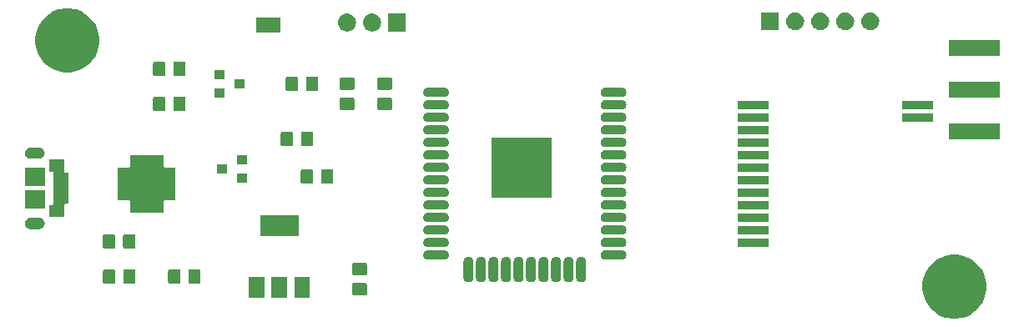
<source format=gbr>
G04 #@! TF.GenerationSoftware,KiCad,Pcbnew,5.0.2+dfsg1-1*
G04 #@! TF.CreationDate,2021-02-25T16:07:11+01:00*
G04 #@! TF.ProjectId,Pager-Interface (KiCAD),50616765-722d-4496-9e74-657266616365,rev?*
G04 #@! TF.SameCoordinates,Original*
G04 #@! TF.FileFunction,Soldermask,Top*
G04 #@! TF.FilePolarity,Negative*
%FSLAX46Y46*%
G04 Gerber Fmt 4.6, Leading zero omitted, Abs format (unit mm)*
G04 Created by KiCad (PCBNEW 5.0.2+dfsg1-1) date Thu 25 Feb 2021 16:07:11 CET*
%MOMM*%
%LPD*%
G01*
G04 APERTURE LIST*
%ADD10C,0.100000*%
G04 APERTURE END LIST*
D10*
G36*
X134634239Y-122811467D02*
X134948282Y-122873934D01*
X135539926Y-123119001D01*
X135897294Y-123357787D01*
X136072395Y-123474786D01*
X136525214Y-123927605D01*
X136525216Y-123927608D01*
X136880999Y-124460074D01*
X137126066Y-125051718D01*
X137165238Y-125248651D01*
X137245215Y-125650718D01*
X137251000Y-125679804D01*
X137251000Y-126320196D01*
X137126066Y-126948282D01*
X136880999Y-127539926D01*
X136527615Y-128068802D01*
X136525214Y-128072395D01*
X136072395Y-128525214D01*
X136072392Y-128525216D01*
X135539926Y-128880999D01*
X134948282Y-129126066D01*
X134634239Y-129188533D01*
X134320197Y-129251000D01*
X133679803Y-129251000D01*
X133365761Y-129188533D01*
X133051718Y-129126066D01*
X132460074Y-128880999D01*
X131927608Y-128525216D01*
X131927605Y-128525214D01*
X131474786Y-128072395D01*
X131472385Y-128068802D01*
X131119001Y-127539926D01*
X130873934Y-126948282D01*
X130749000Y-126320196D01*
X130749000Y-125679804D01*
X130754786Y-125650718D01*
X130834762Y-125248651D01*
X130873934Y-125051718D01*
X131119001Y-124460074D01*
X131474784Y-123927608D01*
X131474786Y-123927605D01*
X131927605Y-123474786D01*
X132102706Y-123357787D01*
X132460074Y-123119001D01*
X133051718Y-122873934D01*
X133365761Y-122811467D01*
X133679803Y-122749000D01*
X134320197Y-122749000D01*
X134634239Y-122811467D01*
X134634239Y-122811467D01*
G37*
G36*
X68633000Y-127137000D02*
X67031000Y-127137000D01*
X67031000Y-125035000D01*
X68633000Y-125035000D01*
X68633000Y-127137000D01*
X68633000Y-127137000D01*
G37*
G36*
X64033000Y-127137000D02*
X62431000Y-127137000D01*
X62431000Y-125035000D01*
X64033000Y-125035000D01*
X64033000Y-127137000D01*
X64033000Y-127137000D01*
G37*
G36*
X66333000Y-127137000D02*
X64731000Y-127137000D01*
X64731000Y-125035000D01*
X66333000Y-125035000D01*
X66333000Y-127137000D01*
X66333000Y-127137000D01*
G37*
G36*
X74248677Y-125634465D02*
X74286364Y-125645898D01*
X74321103Y-125664466D01*
X74351548Y-125689452D01*
X74376534Y-125719897D01*
X74395102Y-125754636D01*
X74406535Y-125792323D01*
X74411000Y-125837661D01*
X74411000Y-126674339D01*
X74406535Y-126719677D01*
X74395102Y-126757364D01*
X74376534Y-126792103D01*
X74351548Y-126822548D01*
X74321103Y-126847534D01*
X74286364Y-126866102D01*
X74248677Y-126877535D01*
X74203339Y-126882000D01*
X73116661Y-126882000D01*
X73071323Y-126877535D01*
X73033636Y-126866102D01*
X72998897Y-126847534D01*
X72968452Y-126822548D01*
X72943466Y-126792103D01*
X72924898Y-126757364D01*
X72913465Y-126719677D01*
X72909000Y-126674339D01*
X72909000Y-125837661D01*
X72913465Y-125792323D01*
X72924898Y-125754636D01*
X72943466Y-125719897D01*
X72968452Y-125689452D01*
X72998897Y-125664466D01*
X73033636Y-125645898D01*
X73071323Y-125634465D01*
X73116661Y-125630000D01*
X74203339Y-125630000D01*
X74248677Y-125634465D01*
X74248677Y-125634465D01*
G37*
G36*
X48714677Y-124221465D02*
X48752364Y-124232898D01*
X48787103Y-124251466D01*
X48817548Y-124276452D01*
X48842534Y-124306897D01*
X48861102Y-124341636D01*
X48872535Y-124379323D01*
X48877000Y-124424661D01*
X48877000Y-125511339D01*
X48872535Y-125556677D01*
X48861102Y-125594364D01*
X48842534Y-125629103D01*
X48817548Y-125659548D01*
X48787103Y-125684534D01*
X48752364Y-125703102D01*
X48714677Y-125714535D01*
X48669339Y-125719000D01*
X47832661Y-125719000D01*
X47787323Y-125714535D01*
X47749636Y-125703102D01*
X47714897Y-125684534D01*
X47684452Y-125659548D01*
X47659466Y-125629103D01*
X47640898Y-125594364D01*
X47629465Y-125556677D01*
X47625000Y-125511339D01*
X47625000Y-124424661D01*
X47629465Y-124379323D01*
X47640898Y-124341636D01*
X47659466Y-124306897D01*
X47684452Y-124276452D01*
X47714897Y-124251466D01*
X47749636Y-124232898D01*
X47787323Y-124221465D01*
X47832661Y-124217000D01*
X48669339Y-124217000D01*
X48714677Y-124221465D01*
X48714677Y-124221465D01*
G37*
G36*
X55327677Y-124221465D02*
X55365364Y-124232898D01*
X55400103Y-124251466D01*
X55430548Y-124276452D01*
X55455534Y-124306897D01*
X55474102Y-124341636D01*
X55485535Y-124379323D01*
X55490000Y-124424661D01*
X55490000Y-125511339D01*
X55485535Y-125556677D01*
X55474102Y-125594364D01*
X55455534Y-125629103D01*
X55430548Y-125659548D01*
X55400103Y-125684534D01*
X55365364Y-125703102D01*
X55327677Y-125714535D01*
X55282339Y-125719000D01*
X54445661Y-125719000D01*
X54400323Y-125714535D01*
X54362636Y-125703102D01*
X54327897Y-125684534D01*
X54297452Y-125659548D01*
X54272466Y-125629103D01*
X54253898Y-125594364D01*
X54242465Y-125556677D01*
X54238000Y-125511339D01*
X54238000Y-124424661D01*
X54242465Y-124379323D01*
X54253898Y-124341636D01*
X54272466Y-124306897D01*
X54297452Y-124276452D01*
X54327897Y-124251466D01*
X54362636Y-124232898D01*
X54400323Y-124221465D01*
X54445661Y-124217000D01*
X55282339Y-124217000D01*
X55327677Y-124221465D01*
X55327677Y-124221465D01*
G37*
G36*
X57377677Y-124221465D02*
X57415364Y-124232898D01*
X57450103Y-124251466D01*
X57480548Y-124276452D01*
X57505534Y-124306897D01*
X57524102Y-124341636D01*
X57535535Y-124379323D01*
X57540000Y-124424661D01*
X57540000Y-125511339D01*
X57535535Y-125556677D01*
X57524102Y-125594364D01*
X57505534Y-125629103D01*
X57480548Y-125659548D01*
X57450103Y-125684534D01*
X57415364Y-125703102D01*
X57377677Y-125714535D01*
X57332339Y-125719000D01*
X56495661Y-125719000D01*
X56450323Y-125714535D01*
X56412636Y-125703102D01*
X56377897Y-125684534D01*
X56347452Y-125659548D01*
X56322466Y-125629103D01*
X56303898Y-125594364D01*
X56292465Y-125556677D01*
X56288000Y-125511339D01*
X56288000Y-124424661D01*
X56292465Y-124379323D01*
X56303898Y-124341636D01*
X56322466Y-124306897D01*
X56347452Y-124276452D01*
X56377897Y-124251466D01*
X56412636Y-124232898D01*
X56450323Y-124221465D01*
X56495661Y-124217000D01*
X57332339Y-124217000D01*
X57377677Y-124221465D01*
X57377677Y-124221465D01*
G37*
G36*
X50764677Y-124221465D02*
X50802364Y-124232898D01*
X50837103Y-124251466D01*
X50867548Y-124276452D01*
X50892534Y-124306897D01*
X50911102Y-124341636D01*
X50922535Y-124379323D01*
X50927000Y-124424661D01*
X50927000Y-125511339D01*
X50922535Y-125556677D01*
X50911102Y-125594364D01*
X50892534Y-125629103D01*
X50867548Y-125659548D01*
X50837103Y-125684534D01*
X50802364Y-125703102D01*
X50764677Y-125714535D01*
X50719339Y-125719000D01*
X49882661Y-125719000D01*
X49837323Y-125714535D01*
X49799636Y-125703102D01*
X49764897Y-125684534D01*
X49734452Y-125659548D01*
X49709466Y-125629103D01*
X49690898Y-125594364D01*
X49679465Y-125556677D01*
X49675000Y-125511339D01*
X49675000Y-124424661D01*
X49679465Y-124379323D01*
X49690898Y-124341636D01*
X49709466Y-124306897D01*
X49734452Y-124276452D01*
X49764897Y-124251466D01*
X49799636Y-124232898D01*
X49837323Y-124221465D01*
X49882661Y-124217000D01*
X50719339Y-124217000D01*
X50764677Y-124221465D01*
X50764677Y-124221465D01*
G37*
G36*
X93697213Y-122962249D02*
X93791652Y-122990897D01*
X93878687Y-123037418D01*
X93954975Y-123100025D01*
X94017582Y-123176313D01*
X94064103Y-123263348D01*
X94092751Y-123357787D01*
X94100000Y-123431388D01*
X94100000Y-125080612D01*
X94092751Y-125154213D01*
X94064103Y-125248652D01*
X94017582Y-125335687D01*
X93954975Y-125411975D01*
X93878687Y-125474582D01*
X93791651Y-125521103D01*
X93697212Y-125549751D01*
X93599000Y-125559424D01*
X93500787Y-125549751D01*
X93406348Y-125521103D01*
X93319313Y-125474582D01*
X93243025Y-125411975D01*
X93180418Y-125335687D01*
X93133897Y-125248651D01*
X93105249Y-125154212D01*
X93098000Y-125080611D01*
X93098001Y-123431388D01*
X93105250Y-123357787D01*
X93133898Y-123263348D01*
X93180419Y-123176313D01*
X93243026Y-123100025D01*
X93319314Y-123037418D01*
X93406349Y-122990897D01*
X93500788Y-122962249D01*
X93599000Y-122952576D01*
X93697213Y-122962249D01*
X93697213Y-122962249D01*
G37*
G36*
X92427213Y-122962249D02*
X92521652Y-122990897D01*
X92608687Y-123037418D01*
X92684975Y-123100025D01*
X92747582Y-123176313D01*
X92794103Y-123263348D01*
X92822751Y-123357787D01*
X92830000Y-123431388D01*
X92830000Y-125080612D01*
X92822751Y-125154213D01*
X92794103Y-125248652D01*
X92747582Y-125335687D01*
X92684975Y-125411975D01*
X92608687Y-125474582D01*
X92521651Y-125521103D01*
X92427212Y-125549751D01*
X92329000Y-125559424D01*
X92230787Y-125549751D01*
X92136348Y-125521103D01*
X92049313Y-125474582D01*
X91973025Y-125411975D01*
X91910418Y-125335687D01*
X91863897Y-125248651D01*
X91835249Y-125154212D01*
X91828000Y-125080611D01*
X91828001Y-123431388D01*
X91835250Y-123357787D01*
X91863898Y-123263348D01*
X91910419Y-123176313D01*
X91973026Y-123100025D01*
X92049314Y-123037418D01*
X92136349Y-122990897D01*
X92230788Y-122962249D01*
X92329000Y-122952576D01*
X92427213Y-122962249D01*
X92427213Y-122962249D01*
G37*
G36*
X94967213Y-122962249D02*
X95061652Y-122990897D01*
X95148687Y-123037418D01*
X95224975Y-123100025D01*
X95287582Y-123176313D01*
X95334103Y-123263348D01*
X95362751Y-123357787D01*
X95370000Y-123431388D01*
X95370000Y-125080612D01*
X95362751Y-125154213D01*
X95334103Y-125248652D01*
X95287582Y-125335687D01*
X95224975Y-125411975D01*
X95148687Y-125474582D01*
X95061651Y-125521103D01*
X94967212Y-125549751D01*
X94869000Y-125559424D01*
X94770787Y-125549751D01*
X94676348Y-125521103D01*
X94589313Y-125474582D01*
X94513025Y-125411975D01*
X94450418Y-125335687D01*
X94403897Y-125248651D01*
X94375249Y-125154212D01*
X94368000Y-125080611D01*
X94368001Y-123431388D01*
X94375250Y-123357787D01*
X94403898Y-123263348D01*
X94450419Y-123176313D01*
X94513026Y-123100025D01*
X94589314Y-123037418D01*
X94676349Y-122990897D01*
X94770788Y-122962249D01*
X94869000Y-122952576D01*
X94967213Y-122962249D01*
X94967213Y-122962249D01*
G37*
G36*
X96237213Y-122962249D02*
X96331652Y-122990897D01*
X96418687Y-123037418D01*
X96494975Y-123100025D01*
X96557582Y-123176313D01*
X96604103Y-123263348D01*
X96632751Y-123357787D01*
X96640000Y-123431388D01*
X96640000Y-125080612D01*
X96632751Y-125154213D01*
X96604103Y-125248652D01*
X96557582Y-125335687D01*
X96494975Y-125411975D01*
X96418687Y-125474582D01*
X96331651Y-125521103D01*
X96237212Y-125549751D01*
X96139000Y-125559424D01*
X96040787Y-125549751D01*
X95946348Y-125521103D01*
X95859313Y-125474582D01*
X95783025Y-125411975D01*
X95720418Y-125335687D01*
X95673897Y-125248651D01*
X95645249Y-125154212D01*
X95638000Y-125080611D01*
X95638001Y-123431388D01*
X95645250Y-123357787D01*
X95673898Y-123263348D01*
X95720419Y-123176313D01*
X95783026Y-123100025D01*
X95859314Y-123037418D01*
X95946349Y-122990897D01*
X96040788Y-122962249D01*
X96139000Y-122952576D01*
X96237213Y-122962249D01*
X96237213Y-122962249D01*
G37*
G36*
X89887213Y-122962249D02*
X89981652Y-122990897D01*
X90068687Y-123037418D01*
X90144975Y-123100025D01*
X90207582Y-123176313D01*
X90254103Y-123263348D01*
X90282751Y-123357787D01*
X90290000Y-123431388D01*
X90290000Y-125080612D01*
X90282751Y-125154213D01*
X90254103Y-125248652D01*
X90207582Y-125335687D01*
X90144975Y-125411975D01*
X90068687Y-125474582D01*
X89981651Y-125521103D01*
X89887212Y-125549751D01*
X89789000Y-125559424D01*
X89690787Y-125549751D01*
X89596348Y-125521103D01*
X89509313Y-125474582D01*
X89433025Y-125411975D01*
X89370418Y-125335687D01*
X89323897Y-125248651D01*
X89295249Y-125154212D01*
X89288000Y-125080611D01*
X89288001Y-123431388D01*
X89295250Y-123357787D01*
X89323898Y-123263348D01*
X89370419Y-123176313D01*
X89433026Y-123100025D01*
X89509314Y-123037418D01*
X89596349Y-122990897D01*
X89690788Y-122962249D01*
X89789000Y-122952576D01*
X89887213Y-122962249D01*
X89887213Y-122962249D01*
G37*
G36*
X88617213Y-122962249D02*
X88711652Y-122990897D01*
X88798687Y-123037418D01*
X88874975Y-123100025D01*
X88937582Y-123176313D01*
X88984103Y-123263348D01*
X89012751Y-123357787D01*
X89020000Y-123431388D01*
X89020000Y-125080612D01*
X89012751Y-125154213D01*
X88984103Y-125248652D01*
X88937582Y-125335687D01*
X88874975Y-125411975D01*
X88798687Y-125474582D01*
X88711651Y-125521103D01*
X88617212Y-125549751D01*
X88519000Y-125559424D01*
X88420787Y-125549751D01*
X88326348Y-125521103D01*
X88239313Y-125474582D01*
X88163025Y-125411975D01*
X88100418Y-125335687D01*
X88053897Y-125248651D01*
X88025249Y-125154212D01*
X88018000Y-125080611D01*
X88018001Y-123431388D01*
X88025250Y-123357787D01*
X88053898Y-123263348D01*
X88100419Y-123176313D01*
X88163026Y-123100025D01*
X88239314Y-123037418D01*
X88326349Y-122990897D01*
X88420788Y-122962249D01*
X88519000Y-122952576D01*
X88617213Y-122962249D01*
X88617213Y-122962249D01*
G37*
G36*
X87347213Y-122962249D02*
X87441652Y-122990897D01*
X87528687Y-123037418D01*
X87604975Y-123100025D01*
X87667582Y-123176313D01*
X87714103Y-123263348D01*
X87742751Y-123357787D01*
X87750000Y-123431388D01*
X87750000Y-125080612D01*
X87742751Y-125154213D01*
X87714103Y-125248652D01*
X87667582Y-125335687D01*
X87604975Y-125411975D01*
X87528687Y-125474582D01*
X87441651Y-125521103D01*
X87347212Y-125549751D01*
X87249000Y-125559424D01*
X87150787Y-125549751D01*
X87056348Y-125521103D01*
X86969313Y-125474582D01*
X86893025Y-125411975D01*
X86830418Y-125335687D01*
X86783897Y-125248651D01*
X86755249Y-125154212D01*
X86748000Y-125080611D01*
X86748001Y-123431388D01*
X86755250Y-123357787D01*
X86783898Y-123263348D01*
X86830419Y-123176313D01*
X86893026Y-123100025D01*
X86969314Y-123037418D01*
X87056349Y-122990897D01*
X87150788Y-122962249D01*
X87249000Y-122952576D01*
X87347213Y-122962249D01*
X87347213Y-122962249D01*
G37*
G36*
X86077213Y-122962249D02*
X86171652Y-122990897D01*
X86258687Y-123037418D01*
X86334975Y-123100025D01*
X86397582Y-123176313D01*
X86444103Y-123263348D01*
X86472751Y-123357787D01*
X86480000Y-123431388D01*
X86480000Y-125080612D01*
X86472751Y-125154213D01*
X86444103Y-125248652D01*
X86397582Y-125335687D01*
X86334975Y-125411975D01*
X86258687Y-125474582D01*
X86171651Y-125521103D01*
X86077212Y-125549751D01*
X85979000Y-125559424D01*
X85880787Y-125549751D01*
X85786348Y-125521103D01*
X85699313Y-125474582D01*
X85623025Y-125411975D01*
X85560418Y-125335687D01*
X85513897Y-125248651D01*
X85485249Y-125154212D01*
X85478000Y-125080611D01*
X85478001Y-123431388D01*
X85485250Y-123357787D01*
X85513898Y-123263348D01*
X85560419Y-123176313D01*
X85623026Y-123100025D01*
X85699314Y-123037418D01*
X85786349Y-122990897D01*
X85880788Y-122962249D01*
X85979000Y-122952576D01*
X86077213Y-122962249D01*
X86077213Y-122962249D01*
G37*
G36*
X84807213Y-122962249D02*
X84901652Y-122990897D01*
X84988687Y-123037418D01*
X85064975Y-123100025D01*
X85127582Y-123176313D01*
X85174103Y-123263348D01*
X85202751Y-123357787D01*
X85210000Y-123431388D01*
X85210000Y-125080612D01*
X85202751Y-125154213D01*
X85174103Y-125248652D01*
X85127582Y-125335687D01*
X85064975Y-125411975D01*
X84988687Y-125474582D01*
X84901651Y-125521103D01*
X84807212Y-125549751D01*
X84709000Y-125559424D01*
X84610787Y-125549751D01*
X84516348Y-125521103D01*
X84429313Y-125474582D01*
X84353025Y-125411975D01*
X84290418Y-125335687D01*
X84243897Y-125248651D01*
X84215249Y-125154212D01*
X84208000Y-125080611D01*
X84208001Y-123431388D01*
X84215250Y-123357787D01*
X84243898Y-123263348D01*
X84290419Y-123176313D01*
X84353026Y-123100025D01*
X84429314Y-123037418D01*
X84516349Y-122990897D01*
X84610788Y-122962249D01*
X84709000Y-122952576D01*
X84807213Y-122962249D01*
X84807213Y-122962249D01*
G37*
G36*
X91157213Y-122962249D02*
X91251652Y-122990897D01*
X91338687Y-123037418D01*
X91414975Y-123100025D01*
X91477582Y-123176313D01*
X91524103Y-123263348D01*
X91552751Y-123357787D01*
X91560000Y-123431388D01*
X91560000Y-125080612D01*
X91552751Y-125154213D01*
X91524103Y-125248652D01*
X91477582Y-125335687D01*
X91414975Y-125411975D01*
X91338687Y-125474582D01*
X91251651Y-125521103D01*
X91157212Y-125549751D01*
X91059000Y-125559424D01*
X90960787Y-125549751D01*
X90866348Y-125521103D01*
X90779313Y-125474582D01*
X90703025Y-125411975D01*
X90640418Y-125335687D01*
X90593897Y-125248651D01*
X90565249Y-125154212D01*
X90558000Y-125080611D01*
X90558001Y-123431388D01*
X90565250Y-123357787D01*
X90593898Y-123263348D01*
X90640419Y-123176313D01*
X90703026Y-123100025D01*
X90779314Y-123037418D01*
X90866349Y-122990897D01*
X90960788Y-122962249D01*
X91059000Y-122952576D01*
X91157213Y-122962249D01*
X91157213Y-122962249D01*
G37*
G36*
X74248677Y-123584465D02*
X74286364Y-123595898D01*
X74321103Y-123614466D01*
X74351548Y-123639452D01*
X74376534Y-123669897D01*
X74395102Y-123704636D01*
X74406535Y-123742323D01*
X74411000Y-123787661D01*
X74411000Y-124624339D01*
X74406535Y-124669677D01*
X74395102Y-124707364D01*
X74376534Y-124742103D01*
X74351548Y-124772548D01*
X74321103Y-124797534D01*
X74286364Y-124816102D01*
X74248677Y-124827535D01*
X74203339Y-124832000D01*
X73116661Y-124832000D01*
X73071323Y-124827535D01*
X73033636Y-124816102D01*
X72998897Y-124797534D01*
X72968452Y-124772548D01*
X72943466Y-124742103D01*
X72924898Y-124707364D01*
X72913465Y-124669677D01*
X72909000Y-124624339D01*
X72909000Y-123787661D01*
X72913465Y-123742323D01*
X72924898Y-123704636D01*
X72943466Y-123669897D01*
X72968452Y-123639452D01*
X72998897Y-123614466D01*
X73033636Y-123595898D01*
X73071323Y-123584465D01*
X73116661Y-123580000D01*
X74203339Y-123580000D01*
X74248677Y-123584465D01*
X74248677Y-123584465D01*
G37*
G36*
X100322213Y-122272249D02*
X100416652Y-122300897D01*
X100503687Y-122347418D01*
X100579975Y-122410025D01*
X100642582Y-122486313D01*
X100689103Y-122573348D01*
X100717751Y-122667787D01*
X100727424Y-122766000D01*
X100717751Y-122864213D01*
X100689103Y-122958652D01*
X100642582Y-123045687D01*
X100579975Y-123121975D01*
X100503687Y-123184582D01*
X100416652Y-123231103D01*
X100322213Y-123259751D01*
X100248612Y-123267000D01*
X98599388Y-123267000D01*
X98525787Y-123259751D01*
X98431348Y-123231103D01*
X98344313Y-123184582D01*
X98268025Y-123121975D01*
X98205418Y-123045687D01*
X98158897Y-122958652D01*
X98130249Y-122864213D01*
X98120576Y-122766000D01*
X98130249Y-122667787D01*
X98158897Y-122573348D01*
X98205418Y-122486313D01*
X98268025Y-122410025D01*
X98344313Y-122347418D01*
X98431348Y-122300897D01*
X98525787Y-122272249D01*
X98599388Y-122265000D01*
X100248612Y-122265000D01*
X100322213Y-122272249D01*
X100322213Y-122272249D01*
G37*
G36*
X82322213Y-122272249D02*
X82416652Y-122300897D01*
X82503687Y-122347418D01*
X82579975Y-122410025D01*
X82642582Y-122486313D01*
X82689103Y-122573348D01*
X82717751Y-122667787D01*
X82727424Y-122766000D01*
X82717751Y-122864213D01*
X82689103Y-122958652D01*
X82642582Y-123045687D01*
X82579975Y-123121975D01*
X82503687Y-123184582D01*
X82416652Y-123231103D01*
X82322213Y-123259751D01*
X82248612Y-123267000D01*
X80599388Y-123267000D01*
X80525787Y-123259751D01*
X80431348Y-123231103D01*
X80344313Y-123184582D01*
X80268025Y-123121975D01*
X80205418Y-123045687D01*
X80158897Y-122958652D01*
X80130249Y-122864213D01*
X80120576Y-122766000D01*
X80130249Y-122667787D01*
X80158897Y-122573348D01*
X80205418Y-122486313D01*
X80268025Y-122410025D01*
X80344313Y-122347418D01*
X80431348Y-122300897D01*
X80525787Y-122272249D01*
X80599388Y-122265000D01*
X82248612Y-122265000D01*
X82322213Y-122272249D01*
X82322213Y-122272249D01*
G37*
G36*
X48705677Y-120665465D02*
X48743364Y-120676898D01*
X48778103Y-120695466D01*
X48808548Y-120720452D01*
X48833534Y-120750897D01*
X48852102Y-120785636D01*
X48863535Y-120823323D01*
X48868000Y-120868661D01*
X48868000Y-121955339D01*
X48863535Y-122000677D01*
X48852102Y-122038364D01*
X48833534Y-122073103D01*
X48808548Y-122103548D01*
X48778103Y-122128534D01*
X48743364Y-122147102D01*
X48705677Y-122158535D01*
X48660339Y-122163000D01*
X47823661Y-122163000D01*
X47778323Y-122158535D01*
X47740636Y-122147102D01*
X47705897Y-122128534D01*
X47675452Y-122103548D01*
X47650466Y-122073103D01*
X47631898Y-122038364D01*
X47620465Y-122000677D01*
X47616000Y-121955339D01*
X47616000Y-120868661D01*
X47620465Y-120823323D01*
X47631898Y-120785636D01*
X47650466Y-120750897D01*
X47675452Y-120720452D01*
X47705897Y-120695466D01*
X47740636Y-120676898D01*
X47778323Y-120665465D01*
X47823661Y-120661000D01*
X48660339Y-120661000D01*
X48705677Y-120665465D01*
X48705677Y-120665465D01*
G37*
G36*
X50755677Y-120665465D02*
X50793364Y-120676898D01*
X50828103Y-120695466D01*
X50858548Y-120720452D01*
X50883534Y-120750897D01*
X50902102Y-120785636D01*
X50913535Y-120823323D01*
X50918000Y-120868661D01*
X50918000Y-121955339D01*
X50913535Y-122000677D01*
X50902102Y-122038364D01*
X50883534Y-122073103D01*
X50858548Y-122103548D01*
X50828103Y-122128534D01*
X50793364Y-122147102D01*
X50755677Y-122158535D01*
X50710339Y-122163000D01*
X49873661Y-122163000D01*
X49828323Y-122158535D01*
X49790636Y-122147102D01*
X49755897Y-122128534D01*
X49725452Y-122103548D01*
X49700466Y-122073103D01*
X49681898Y-122038364D01*
X49670465Y-122000677D01*
X49666000Y-121955339D01*
X49666000Y-120868661D01*
X49670465Y-120823323D01*
X49681898Y-120785636D01*
X49700466Y-120750897D01*
X49725452Y-120720452D01*
X49755897Y-120695466D01*
X49790636Y-120676898D01*
X49828323Y-120665465D01*
X49873661Y-120661000D01*
X50710339Y-120661000D01*
X50755677Y-120665465D01*
X50755677Y-120665465D01*
G37*
G36*
X115121000Y-122005000D02*
X112019000Y-122005000D01*
X112019000Y-121103000D01*
X115121000Y-121103000D01*
X115121000Y-122005000D01*
X115121000Y-122005000D01*
G37*
G36*
X82322213Y-121002249D02*
X82416652Y-121030897D01*
X82503687Y-121077418D01*
X82579975Y-121140025D01*
X82642582Y-121216313D01*
X82689103Y-121303348D01*
X82717751Y-121397787D01*
X82727424Y-121496000D01*
X82717751Y-121594213D01*
X82689103Y-121688652D01*
X82642582Y-121775687D01*
X82579975Y-121851975D01*
X82503687Y-121914582D01*
X82416652Y-121961103D01*
X82322213Y-121989751D01*
X82248612Y-121997000D01*
X80599388Y-121997000D01*
X80525787Y-121989751D01*
X80431348Y-121961103D01*
X80344313Y-121914582D01*
X80268025Y-121851975D01*
X80205418Y-121775687D01*
X80158897Y-121688652D01*
X80130249Y-121594213D01*
X80120576Y-121496000D01*
X80130249Y-121397787D01*
X80158897Y-121303348D01*
X80205418Y-121216313D01*
X80268025Y-121140025D01*
X80344313Y-121077418D01*
X80431348Y-121030897D01*
X80525787Y-121002249D01*
X80599388Y-120995000D01*
X82248612Y-120995000D01*
X82322213Y-121002249D01*
X82322213Y-121002249D01*
G37*
G36*
X100322213Y-121002249D02*
X100416652Y-121030897D01*
X100503687Y-121077418D01*
X100579975Y-121140025D01*
X100642582Y-121216313D01*
X100689103Y-121303348D01*
X100717751Y-121397787D01*
X100727424Y-121496000D01*
X100717751Y-121594213D01*
X100689103Y-121688652D01*
X100642582Y-121775687D01*
X100579975Y-121851975D01*
X100503687Y-121914582D01*
X100416652Y-121961103D01*
X100322213Y-121989751D01*
X100248612Y-121997000D01*
X98599388Y-121997000D01*
X98525787Y-121989751D01*
X98431348Y-121961103D01*
X98344313Y-121914582D01*
X98268025Y-121851975D01*
X98205418Y-121775687D01*
X98158897Y-121688652D01*
X98130249Y-121594213D01*
X98120576Y-121496000D01*
X98130249Y-121397787D01*
X98158897Y-121303348D01*
X98205418Y-121216313D01*
X98268025Y-121140025D01*
X98344313Y-121077418D01*
X98431348Y-121030897D01*
X98525787Y-121002249D01*
X98599388Y-120995000D01*
X100248612Y-120995000D01*
X100322213Y-121002249D01*
X100322213Y-121002249D01*
G37*
G36*
X67483000Y-120837000D02*
X63581000Y-120837000D01*
X63581000Y-118735000D01*
X67483000Y-118735000D01*
X67483000Y-120837000D01*
X67483000Y-120837000D01*
G37*
G36*
X115121000Y-120735000D02*
X112019000Y-120735000D01*
X112019000Y-119833000D01*
X115121000Y-119833000D01*
X115121000Y-120735000D01*
X115121000Y-120735000D01*
G37*
G36*
X100322213Y-119732249D02*
X100416652Y-119760897D01*
X100503687Y-119807418D01*
X100579975Y-119870025D01*
X100642582Y-119946313D01*
X100689103Y-120033348D01*
X100717751Y-120127787D01*
X100727424Y-120226000D01*
X100717751Y-120324213D01*
X100689103Y-120418652D01*
X100642582Y-120505687D01*
X100579975Y-120581975D01*
X100503687Y-120644582D01*
X100416652Y-120691103D01*
X100322213Y-120719751D01*
X100248612Y-120727000D01*
X98599388Y-120727000D01*
X98525787Y-120719751D01*
X98431348Y-120691103D01*
X98344313Y-120644582D01*
X98268025Y-120581975D01*
X98205418Y-120505687D01*
X98158897Y-120418652D01*
X98130249Y-120324213D01*
X98120576Y-120226000D01*
X98130249Y-120127787D01*
X98158897Y-120033348D01*
X98205418Y-119946313D01*
X98268025Y-119870025D01*
X98344313Y-119807418D01*
X98431348Y-119760897D01*
X98525787Y-119732249D01*
X98599388Y-119725000D01*
X100248612Y-119725000D01*
X100322213Y-119732249D01*
X100322213Y-119732249D01*
G37*
G36*
X82322213Y-119732249D02*
X82416652Y-119760897D01*
X82503687Y-119807418D01*
X82579975Y-119870025D01*
X82642582Y-119946313D01*
X82689103Y-120033348D01*
X82717751Y-120127787D01*
X82727424Y-120226000D01*
X82717751Y-120324213D01*
X82689103Y-120418652D01*
X82642582Y-120505687D01*
X82579975Y-120581975D01*
X82503687Y-120644582D01*
X82416652Y-120691103D01*
X82322213Y-120719751D01*
X82248612Y-120727000D01*
X80599388Y-120727000D01*
X80525787Y-120719751D01*
X80431348Y-120691103D01*
X80344313Y-120644582D01*
X80268025Y-120581975D01*
X80205418Y-120505687D01*
X80158897Y-120418652D01*
X80130249Y-120324213D01*
X80120576Y-120226000D01*
X80130249Y-120127787D01*
X80158897Y-120033348D01*
X80205418Y-119946313D01*
X80268025Y-119870025D01*
X80344313Y-119807418D01*
X80431348Y-119760897D01*
X80525787Y-119732249D01*
X80599388Y-119725000D01*
X82248612Y-119725000D01*
X82322213Y-119732249D01*
X82322213Y-119732249D01*
G37*
G36*
X41247916Y-119007334D02*
X41356492Y-119040271D01*
X41456557Y-119093756D01*
X41544264Y-119165736D01*
X41616244Y-119253443D01*
X41669729Y-119353508D01*
X41702666Y-119462084D01*
X41713787Y-119575000D01*
X41702666Y-119687916D01*
X41669729Y-119796492D01*
X41616244Y-119896557D01*
X41544264Y-119984264D01*
X41456557Y-120056244D01*
X41356492Y-120109729D01*
X41247916Y-120142666D01*
X41163298Y-120151000D01*
X40256702Y-120151000D01*
X40172084Y-120142666D01*
X40063508Y-120109729D01*
X39963443Y-120056244D01*
X39875736Y-119984264D01*
X39803756Y-119896557D01*
X39750271Y-119796492D01*
X39717334Y-119687916D01*
X39706213Y-119575000D01*
X39717334Y-119462084D01*
X39750271Y-119353508D01*
X39803756Y-119253443D01*
X39875736Y-119165736D01*
X39963443Y-119093756D01*
X40063508Y-119040271D01*
X40172084Y-119007334D01*
X40256702Y-118999000D01*
X41163298Y-118999000D01*
X41247916Y-119007334D01*
X41247916Y-119007334D01*
G37*
G36*
X115121000Y-119465000D02*
X112019000Y-119465000D01*
X112019000Y-118563000D01*
X115121000Y-118563000D01*
X115121000Y-119465000D01*
X115121000Y-119465000D01*
G37*
G36*
X82322213Y-118462249D02*
X82416652Y-118490897D01*
X82503687Y-118537418D01*
X82579975Y-118600025D01*
X82642582Y-118676313D01*
X82689103Y-118763348D01*
X82717751Y-118857787D01*
X82727424Y-118956000D01*
X82717751Y-119054213D01*
X82689103Y-119148652D01*
X82642582Y-119235687D01*
X82579975Y-119311975D01*
X82503687Y-119374582D01*
X82416652Y-119421103D01*
X82322213Y-119449751D01*
X82248612Y-119457000D01*
X80599388Y-119457000D01*
X80525787Y-119449751D01*
X80431348Y-119421103D01*
X80344313Y-119374582D01*
X80268025Y-119311975D01*
X80205418Y-119235687D01*
X80158897Y-119148652D01*
X80130249Y-119054213D01*
X80120576Y-118956000D01*
X80130249Y-118857787D01*
X80158897Y-118763348D01*
X80205418Y-118676313D01*
X80268025Y-118600025D01*
X80344313Y-118537418D01*
X80431348Y-118490897D01*
X80525787Y-118462249D01*
X80599388Y-118455000D01*
X82248612Y-118455000D01*
X82322213Y-118462249D01*
X82322213Y-118462249D01*
G37*
G36*
X100322213Y-118462249D02*
X100416652Y-118490897D01*
X100503687Y-118537418D01*
X100579975Y-118600025D01*
X100642582Y-118676313D01*
X100689103Y-118763348D01*
X100717751Y-118857787D01*
X100727424Y-118956000D01*
X100717751Y-119054213D01*
X100689103Y-119148652D01*
X100642582Y-119235687D01*
X100579975Y-119311975D01*
X100503687Y-119374582D01*
X100416652Y-119421103D01*
X100322213Y-119449751D01*
X100248612Y-119457000D01*
X98599388Y-119457000D01*
X98525787Y-119449751D01*
X98431348Y-119421103D01*
X98344313Y-119374582D01*
X98268025Y-119311975D01*
X98205418Y-119235687D01*
X98158897Y-119148652D01*
X98130249Y-119054213D01*
X98120576Y-118956000D01*
X98130249Y-118857787D01*
X98158897Y-118763348D01*
X98205418Y-118676313D01*
X98268025Y-118600025D01*
X98344313Y-118537418D01*
X98431348Y-118490897D01*
X98525787Y-118462249D01*
X98599388Y-118455000D01*
X100248612Y-118455000D01*
X100322213Y-118462249D01*
X100322213Y-118462249D01*
G37*
G36*
X43716000Y-114324000D02*
X43718402Y-114348386D01*
X43725515Y-114371835D01*
X43737066Y-114393446D01*
X43752612Y-114412388D01*
X43771554Y-114427934D01*
X43793165Y-114439485D01*
X43816614Y-114446598D01*
X43841000Y-114449000D01*
X44111000Y-114449000D01*
X44111000Y-117551000D01*
X43841000Y-117551000D01*
X43816614Y-117553402D01*
X43793165Y-117560515D01*
X43771554Y-117572066D01*
X43752612Y-117587612D01*
X43737066Y-117606554D01*
X43725515Y-117628165D01*
X43718402Y-117651614D01*
X43716000Y-117676000D01*
X43716000Y-118946000D01*
X42164000Y-118946000D01*
X42164000Y-117694000D01*
X42484000Y-117694000D01*
X42508386Y-117691598D01*
X42531835Y-117684485D01*
X42553446Y-117672934D01*
X42572388Y-117657388D01*
X42587934Y-117638446D01*
X42599485Y-117616835D01*
X42606598Y-117593386D01*
X42609000Y-117569000D01*
X42609000Y-114431000D01*
X42606598Y-114406614D01*
X42599485Y-114383165D01*
X42587934Y-114361554D01*
X42572388Y-114342612D01*
X42553446Y-114327066D01*
X42531835Y-114315515D01*
X42508386Y-114308402D01*
X42484000Y-114306000D01*
X42164000Y-114306000D01*
X42164000Y-113054000D01*
X43716000Y-113054000D01*
X43716000Y-114324000D01*
X43716000Y-114324000D01*
G37*
G36*
X53756000Y-113759000D02*
X53758402Y-113783386D01*
X53765515Y-113806835D01*
X53777066Y-113828446D01*
X53792612Y-113847388D01*
X53811554Y-113862934D01*
X53833165Y-113874485D01*
X53856614Y-113881598D01*
X53881000Y-113884000D01*
X54986000Y-113884000D01*
X54986000Y-117256000D01*
X53881000Y-117256000D01*
X53856614Y-117258402D01*
X53833165Y-117265515D01*
X53811554Y-117277066D01*
X53792612Y-117292612D01*
X53777066Y-117311554D01*
X53765515Y-117333165D01*
X53758402Y-117356614D01*
X53756000Y-117381000D01*
X53756000Y-118486000D01*
X50384000Y-118486000D01*
X50384000Y-117381000D01*
X50381598Y-117356614D01*
X50374485Y-117333165D01*
X50362934Y-117311554D01*
X50347388Y-117292612D01*
X50328446Y-117277066D01*
X50306835Y-117265515D01*
X50283386Y-117258402D01*
X50259000Y-117256000D01*
X49154000Y-117256000D01*
X49154000Y-113884000D01*
X50259000Y-113884000D01*
X50283386Y-113881598D01*
X50306835Y-113874485D01*
X50328446Y-113862934D01*
X50347388Y-113847388D01*
X50362934Y-113828446D01*
X50374485Y-113806835D01*
X50381598Y-113783386D01*
X50384000Y-113759000D01*
X50384000Y-112654000D01*
X53756000Y-112654000D01*
X53756000Y-113759000D01*
X53756000Y-113759000D01*
G37*
G36*
X115121000Y-118195000D02*
X112019000Y-118195000D01*
X112019000Y-117293000D01*
X115121000Y-117293000D01*
X115121000Y-118195000D01*
X115121000Y-118195000D01*
G37*
G36*
X82322213Y-117192249D02*
X82416652Y-117220897D01*
X82503687Y-117267418D01*
X82579975Y-117330025D01*
X82642582Y-117406313D01*
X82689103Y-117493348D01*
X82717751Y-117587787D01*
X82727424Y-117686000D01*
X82717751Y-117784213D01*
X82689103Y-117878652D01*
X82642582Y-117965687D01*
X82579975Y-118041975D01*
X82503687Y-118104582D01*
X82416652Y-118151103D01*
X82322213Y-118179751D01*
X82248612Y-118187000D01*
X80599388Y-118187000D01*
X80525787Y-118179751D01*
X80431348Y-118151103D01*
X80344313Y-118104582D01*
X80268025Y-118041975D01*
X80205418Y-117965687D01*
X80158897Y-117878652D01*
X80130249Y-117784213D01*
X80120576Y-117686000D01*
X80130249Y-117587787D01*
X80158897Y-117493348D01*
X80205418Y-117406313D01*
X80268025Y-117330025D01*
X80344313Y-117267418D01*
X80431348Y-117220897D01*
X80525787Y-117192249D01*
X80599388Y-117185000D01*
X82248612Y-117185000D01*
X82322213Y-117192249D01*
X82322213Y-117192249D01*
G37*
G36*
X100322213Y-117192249D02*
X100416652Y-117220897D01*
X100503687Y-117267418D01*
X100579975Y-117330025D01*
X100642582Y-117406313D01*
X100689103Y-117493348D01*
X100717751Y-117587787D01*
X100727424Y-117686000D01*
X100717751Y-117784213D01*
X100689103Y-117878652D01*
X100642582Y-117965687D01*
X100579975Y-118041975D01*
X100503687Y-118104582D01*
X100416652Y-118151103D01*
X100322213Y-118179751D01*
X100248612Y-118187000D01*
X98599388Y-118187000D01*
X98525787Y-118179751D01*
X98431348Y-118151103D01*
X98344313Y-118104582D01*
X98268025Y-118041975D01*
X98205418Y-117965687D01*
X98158897Y-117878652D01*
X98130249Y-117784213D01*
X98120576Y-117686000D01*
X98130249Y-117587787D01*
X98158897Y-117493348D01*
X98205418Y-117406313D01*
X98268025Y-117330025D01*
X98344313Y-117267418D01*
X98431348Y-117220897D01*
X98525787Y-117192249D01*
X98599388Y-117185000D01*
X100248612Y-117185000D01*
X100322213Y-117192249D01*
X100322213Y-117192249D01*
G37*
G36*
X41711000Y-118051000D02*
X39709000Y-118051000D01*
X39709000Y-116199000D01*
X41711000Y-116199000D01*
X41711000Y-118051000D01*
X41711000Y-118051000D01*
G37*
G36*
X93175000Y-117007000D02*
X87073000Y-117007000D01*
X87073000Y-110905000D01*
X93175000Y-110905000D01*
X93175000Y-117007000D01*
X93175000Y-117007000D01*
G37*
G36*
X115121000Y-116925000D02*
X112019000Y-116925000D01*
X112019000Y-116023000D01*
X115121000Y-116023000D01*
X115121000Y-116925000D01*
X115121000Y-116925000D01*
G37*
G36*
X100322213Y-115922249D02*
X100416652Y-115950897D01*
X100503687Y-115997418D01*
X100579975Y-116060025D01*
X100642582Y-116136313D01*
X100689103Y-116223348D01*
X100717751Y-116317787D01*
X100727424Y-116416000D01*
X100717751Y-116514213D01*
X100689103Y-116608652D01*
X100642582Y-116695687D01*
X100579975Y-116771975D01*
X100503687Y-116834582D01*
X100416652Y-116881103D01*
X100322213Y-116909751D01*
X100248612Y-116917000D01*
X98599388Y-116917000D01*
X98525787Y-116909751D01*
X98431348Y-116881103D01*
X98344313Y-116834582D01*
X98268025Y-116771975D01*
X98205418Y-116695687D01*
X98158897Y-116608652D01*
X98130249Y-116514213D01*
X98120576Y-116416000D01*
X98130249Y-116317787D01*
X98158897Y-116223348D01*
X98205418Y-116136313D01*
X98268025Y-116060025D01*
X98344313Y-115997418D01*
X98431348Y-115950897D01*
X98525787Y-115922249D01*
X98599388Y-115915000D01*
X100248612Y-115915000D01*
X100322213Y-115922249D01*
X100322213Y-115922249D01*
G37*
G36*
X82322213Y-115922249D02*
X82416652Y-115950897D01*
X82503687Y-115997418D01*
X82579975Y-116060025D01*
X82642582Y-116136313D01*
X82689103Y-116223348D01*
X82717751Y-116317787D01*
X82727424Y-116416000D01*
X82717751Y-116514213D01*
X82689103Y-116608652D01*
X82642582Y-116695687D01*
X82579975Y-116771975D01*
X82503687Y-116834582D01*
X82416652Y-116881103D01*
X82322213Y-116909751D01*
X82248612Y-116917000D01*
X80599388Y-116917000D01*
X80525787Y-116909751D01*
X80431348Y-116881103D01*
X80344313Y-116834582D01*
X80268025Y-116771975D01*
X80205418Y-116695687D01*
X80158897Y-116608652D01*
X80130249Y-116514213D01*
X80120576Y-116416000D01*
X80130249Y-116317787D01*
X80158897Y-116223348D01*
X80205418Y-116136313D01*
X80268025Y-116060025D01*
X80344313Y-115997418D01*
X80431348Y-115950897D01*
X80525787Y-115922249D01*
X80599388Y-115915000D01*
X82248612Y-115915000D01*
X82322213Y-115922249D01*
X82322213Y-115922249D01*
G37*
G36*
X41711000Y-115801000D02*
X39709000Y-115801000D01*
X39709000Y-113949000D01*
X41711000Y-113949000D01*
X41711000Y-115801000D01*
X41711000Y-115801000D01*
G37*
G36*
X115121000Y-115655000D02*
X112019000Y-115655000D01*
X112019000Y-114753000D01*
X115121000Y-114753000D01*
X115121000Y-115655000D01*
X115121000Y-115655000D01*
G37*
G36*
X82322213Y-114652249D02*
X82416652Y-114680897D01*
X82503687Y-114727418D01*
X82579975Y-114790025D01*
X82642582Y-114866313D01*
X82689103Y-114953348D01*
X82717751Y-115047787D01*
X82727424Y-115146000D01*
X82717751Y-115244213D01*
X82689103Y-115338652D01*
X82642582Y-115425687D01*
X82579975Y-115501975D01*
X82503687Y-115564582D01*
X82416652Y-115611103D01*
X82322213Y-115639751D01*
X82248612Y-115647000D01*
X80599388Y-115647000D01*
X80525787Y-115639751D01*
X80431348Y-115611103D01*
X80344313Y-115564582D01*
X80268025Y-115501975D01*
X80205418Y-115425687D01*
X80158897Y-115338652D01*
X80130249Y-115244213D01*
X80120576Y-115146000D01*
X80130249Y-115047787D01*
X80158897Y-114953348D01*
X80205418Y-114866313D01*
X80268025Y-114790025D01*
X80344313Y-114727418D01*
X80431348Y-114680897D01*
X80525787Y-114652249D01*
X80599388Y-114645000D01*
X82248612Y-114645000D01*
X82322213Y-114652249D01*
X82322213Y-114652249D01*
G37*
G36*
X100322213Y-114652249D02*
X100416652Y-114680897D01*
X100503687Y-114727418D01*
X100579975Y-114790025D01*
X100642582Y-114866313D01*
X100689103Y-114953348D01*
X100717751Y-115047787D01*
X100727424Y-115146000D01*
X100717751Y-115244213D01*
X100689103Y-115338652D01*
X100642582Y-115425687D01*
X100579975Y-115501975D01*
X100503687Y-115564582D01*
X100416652Y-115611103D01*
X100322213Y-115639751D01*
X100248612Y-115647000D01*
X98599388Y-115647000D01*
X98525787Y-115639751D01*
X98431348Y-115611103D01*
X98344313Y-115564582D01*
X98268025Y-115501975D01*
X98205418Y-115425687D01*
X98158897Y-115338652D01*
X98130249Y-115244213D01*
X98120576Y-115146000D01*
X98130249Y-115047787D01*
X98158897Y-114953348D01*
X98205418Y-114866313D01*
X98268025Y-114790025D01*
X98344313Y-114727418D01*
X98431348Y-114680897D01*
X98525787Y-114652249D01*
X98599388Y-114645000D01*
X100248612Y-114645000D01*
X100322213Y-114652249D01*
X100322213Y-114652249D01*
G37*
G36*
X68780677Y-114061465D02*
X68818364Y-114072898D01*
X68853103Y-114091466D01*
X68883548Y-114116452D01*
X68908534Y-114146897D01*
X68927102Y-114181636D01*
X68938535Y-114219323D01*
X68943000Y-114264661D01*
X68943000Y-115351339D01*
X68938535Y-115396677D01*
X68927102Y-115434364D01*
X68908534Y-115469103D01*
X68883548Y-115499548D01*
X68853103Y-115524534D01*
X68818364Y-115543102D01*
X68780677Y-115554535D01*
X68735339Y-115559000D01*
X67898661Y-115559000D01*
X67853323Y-115554535D01*
X67815636Y-115543102D01*
X67780897Y-115524534D01*
X67750452Y-115499548D01*
X67725466Y-115469103D01*
X67706898Y-115434364D01*
X67695465Y-115396677D01*
X67691000Y-115351339D01*
X67691000Y-114264661D01*
X67695465Y-114219323D01*
X67706898Y-114181636D01*
X67725466Y-114146897D01*
X67750452Y-114116452D01*
X67780897Y-114091466D01*
X67815636Y-114072898D01*
X67853323Y-114061465D01*
X67898661Y-114057000D01*
X68735339Y-114057000D01*
X68780677Y-114061465D01*
X68780677Y-114061465D01*
G37*
G36*
X70830677Y-114061465D02*
X70868364Y-114072898D01*
X70903103Y-114091466D01*
X70933548Y-114116452D01*
X70958534Y-114146897D01*
X70977102Y-114181636D01*
X70988535Y-114219323D01*
X70993000Y-114264661D01*
X70993000Y-115351339D01*
X70988535Y-115396677D01*
X70977102Y-115434364D01*
X70958534Y-115469103D01*
X70933548Y-115499548D01*
X70903103Y-115524534D01*
X70868364Y-115543102D01*
X70830677Y-115554535D01*
X70785339Y-115559000D01*
X69948661Y-115559000D01*
X69903323Y-115554535D01*
X69865636Y-115543102D01*
X69830897Y-115524534D01*
X69800452Y-115499548D01*
X69775466Y-115469103D01*
X69756898Y-115434364D01*
X69745465Y-115396677D01*
X69741000Y-115351339D01*
X69741000Y-114264661D01*
X69745465Y-114219323D01*
X69756898Y-114181636D01*
X69775466Y-114146897D01*
X69800452Y-114116452D01*
X69830897Y-114091466D01*
X69865636Y-114072898D01*
X69903323Y-114061465D01*
X69948661Y-114057000D01*
X70785339Y-114057000D01*
X70830677Y-114061465D01*
X70830677Y-114061465D01*
G37*
G36*
X62207000Y-115447000D02*
X61205000Y-115447000D01*
X61205000Y-114545000D01*
X62207000Y-114545000D01*
X62207000Y-115447000D01*
X62207000Y-115447000D01*
G37*
G36*
X60207000Y-114497000D02*
X59205000Y-114497000D01*
X59205000Y-113595000D01*
X60207000Y-113595000D01*
X60207000Y-114497000D01*
X60207000Y-114497000D01*
G37*
G36*
X115121000Y-114385000D02*
X112019000Y-114385000D01*
X112019000Y-113483000D01*
X115121000Y-113483000D01*
X115121000Y-114385000D01*
X115121000Y-114385000D01*
G37*
G36*
X82322213Y-113382249D02*
X82416652Y-113410897D01*
X82503687Y-113457418D01*
X82579975Y-113520025D01*
X82642582Y-113596313D01*
X82689103Y-113683348D01*
X82717751Y-113777787D01*
X82727424Y-113876000D01*
X82717751Y-113974213D01*
X82689103Y-114068652D01*
X82642582Y-114155687D01*
X82579975Y-114231975D01*
X82503687Y-114294582D01*
X82416652Y-114341103D01*
X82322213Y-114369751D01*
X82248612Y-114377000D01*
X80599388Y-114377000D01*
X80525787Y-114369751D01*
X80431348Y-114341103D01*
X80344313Y-114294582D01*
X80268025Y-114231975D01*
X80205418Y-114155687D01*
X80158897Y-114068652D01*
X80130249Y-113974213D01*
X80120576Y-113876000D01*
X80130249Y-113777787D01*
X80158897Y-113683348D01*
X80205418Y-113596313D01*
X80268025Y-113520025D01*
X80344313Y-113457418D01*
X80431348Y-113410897D01*
X80525787Y-113382249D01*
X80599388Y-113375000D01*
X82248612Y-113375000D01*
X82322213Y-113382249D01*
X82322213Y-113382249D01*
G37*
G36*
X100322213Y-113382249D02*
X100416652Y-113410897D01*
X100503687Y-113457418D01*
X100579975Y-113520025D01*
X100642582Y-113596313D01*
X100689103Y-113683348D01*
X100717751Y-113777787D01*
X100727424Y-113876000D01*
X100717751Y-113974213D01*
X100689103Y-114068652D01*
X100642582Y-114155687D01*
X100579975Y-114231975D01*
X100503687Y-114294582D01*
X100416652Y-114341103D01*
X100322213Y-114369751D01*
X100248612Y-114377000D01*
X98599388Y-114377000D01*
X98525787Y-114369751D01*
X98431348Y-114341103D01*
X98344313Y-114294582D01*
X98268025Y-114231975D01*
X98205418Y-114155687D01*
X98158897Y-114068652D01*
X98130249Y-113974213D01*
X98120576Y-113876000D01*
X98130249Y-113777787D01*
X98158897Y-113683348D01*
X98205418Y-113596313D01*
X98268025Y-113520025D01*
X98344313Y-113457418D01*
X98431348Y-113410897D01*
X98525787Y-113382249D01*
X98599388Y-113375000D01*
X100248612Y-113375000D01*
X100322213Y-113382249D01*
X100322213Y-113382249D01*
G37*
G36*
X62207000Y-113547000D02*
X61205000Y-113547000D01*
X61205000Y-112645000D01*
X62207000Y-112645000D01*
X62207000Y-113547000D01*
X62207000Y-113547000D01*
G37*
G36*
X115121000Y-113115000D02*
X112019000Y-113115000D01*
X112019000Y-112213000D01*
X115121000Y-112213000D01*
X115121000Y-113115000D01*
X115121000Y-113115000D01*
G37*
G36*
X82322213Y-112112249D02*
X82416652Y-112140897D01*
X82503687Y-112187418D01*
X82579975Y-112250025D01*
X82642582Y-112326313D01*
X82689103Y-112413348D01*
X82717751Y-112507787D01*
X82727424Y-112606000D01*
X82717751Y-112704213D01*
X82689103Y-112798652D01*
X82642582Y-112885687D01*
X82579975Y-112961975D01*
X82503687Y-113024582D01*
X82416652Y-113071103D01*
X82322213Y-113099751D01*
X82248612Y-113107000D01*
X80599388Y-113107000D01*
X80525787Y-113099751D01*
X80431348Y-113071103D01*
X80344313Y-113024582D01*
X80268025Y-112961975D01*
X80205418Y-112885687D01*
X80158897Y-112798652D01*
X80130249Y-112704213D01*
X80120576Y-112606000D01*
X80130249Y-112507787D01*
X80158897Y-112413348D01*
X80205418Y-112326313D01*
X80268025Y-112250025D01*
X80344313Y-112187418D01*
X80431348Y-112140897D01*
X80525787Y-112112249D01*
X80599388Y-112105000D01*
X82248612Y-112105000D01*
X82322213Y-112112249D01*
X82322213Y-112112249D01*
G37*
G36*
X100322213Y-112112249D02*
X100416652Y-112140897D01*
X100503687Y-112187418D01*
X100579975Y-112250025D01*
X100642582Y-112326313D01*
X100689103Y-112413348D01*
X100717751Y-112507787D01*
X100727424Y-112606000D01*
X100717751Y-112704213D01*
X100689103Y-112798652D01*
X100642582Y-112885687D01*
X100579975Y-112961975D01*
X100503687Y-113024582D01*
X100416652Y-113071103D01*
X100322213Y-113099751D01*
X100248612Y-113107000D01*
X98599388Y-113107000D01*
X98525787Y-113099751D01*
X98431348Y-113071103D01*
X98344313Y-113024582D01*
X98268025Y-112961975D01*
X98205418Y-112885687D01*
X98158897Y-112798652D01*
X98130249Y-112704213D01*
X98120576Y-112606000D01*
X98130249Y-112507787D01*
X98158897Y-112413348D01*
X98205418Y-112326313D01*
X98268025Y-112250025D01*
X98344313Y-112187418D01*
X98431348Y-112140897D01*
X98525787Y-112112249D01*
X98599388Y-112105000D01*
X100248612Y-112105000D01*
X100322213Y-112112249D01*
X100322213Y-112112249D01*
G37*
G36*
X41247916Y-111857334D02*
X41356492Y-111890271D01*
X41456557Y-111943756D01*
X41544264Y-112015736D01*
X41616244Y-112103443D01*
X41669729Y-112203508D01*
X41702666Y-112312084D01*
X41713787Y-112425000D01*
X41702666Y-112537916D01*
X41669729Y-112646492D01*
X41616244Y-112746557D01*
X41544264Y-112834264D01*
X41456557Y-112906244D01*
X41356492Y-112959729D01*
X41247916Y-112992666D01*
X41163298Y-113001000D01*
X40256702Y-113001000D01*
X40172084Y-112992666D01*
X40063508Y-112959729D01*
X39963443Y-112906244D01*
X39875736Y-112834264D01*
X39803756Y-112746557D01*
X39750271Y-112646492D01*
X39717334Y-112537916D01*
X39706213Y-112425000D01*
X39717334Y-112312084D01*
X39750271Y-112203508D01*
X39803756Y-112103443D01*
X39875736Y-112015736D01*
X39963443Y-111943756D01*
X40063508Y-111890271D01*
X40172084Y-111857334D01*
X40256702Y-111849000D01*
X41163298Y-111849000D01*
X41247916Y-111857334D01*
X41247916Y-111857334D01*
G37*
G36*
X115121000Y-111845000D02*
X112019000Y-111845000D01*
X112019000Y-110943000D01*
X115121000Y-110943000D01*
X115121000Y-111845000D01*
X115121000Y-111845000D01*
G37*
G36*
X100322213Y-110842249D02*
X100416652Y-110870897D01*
X100503687Y-110917418D01*
X100579975Y-110980025D01*
X100642582Y-111056313D01*
X100689103Y-111143348D01*
X100717751Y-111237787D01*
X100727424Y-111336000D01*
X100717751Y-111434213D01*
X100689103Y-111528652D01*
X100642582Y-111615687D01*
X100579975Y-111691975D01*
X100503687Y-111754582D01*
X100416652Y-111801103D01*
X100322213Y-111829751D01*
X100248612Y-111837000D01*
X98599388Y-111837000D01*
X98525787Y-111829751D01*
X98431348Y-111801103D01*
X98344313Y-111754582D01*
X98268025Y-111691975D01*
X98205418Y-111615687D01*
X98158897Y-111528652D01*
X98130249Y-111434213D01*
X98120576Y-111336000D01*
X98130249Y-111237787D01*
X98158897Y-111143348D01*
X98205418Y-111056313D01*
X98268025Y-110980025D01*
X98344313Y-110917418D01*
X98431348Y-110870897D01*
X98525787Y-110842249D01*
X98599388Y-110835000D01*
X100248612Y-110835000D01*
X100322213Y-110842249D01*
X100322213Y-110842249D01*
G37*
G36*
X82322213Y-110842249D02*
X82416652Y-110870897D01*
X82503687Y-110917418D01*
X82579975Y-110980025D01*
X82642582Y-111056313D01*
X82689103Y-111143348D01*
X82717751Y-111237787D01*
X82727424Y-111336000D01*
X82717751Y-111434213D01*
X82689103Y-111528652D01*
X82642582Y-111615687D01*
X82579975Y-111691975D01*
X82503687Y-111754582D01*
X82416652Y-111801103D01*
X82322213Y-111829751D01*
X82248612Y-111837000D01*
X80599388Y-111837000D01*
X80525787Y-111829751D01*
X80431348Y-111801103D01*
X80344313Y-111754582D01*
X80268025Y-111691975D01*
X80205418Y-111615687D01*
X80158897Y-111528652D01*
X80130249Y-111434213D01*
X80120576Y-111336000D01*
X80130249Y-111237787D01*
X80158897Y-111143348D01*
X80205418Y-111056313D01*
X80268025Y-110980025D01*
X80344313Y-110917418D01*
X80431348Y-110870897D01*
X80525787Y-110842249D01*
X80599388Y-110835000D01*
X82248612Y-110835000D01*
X82322213Y-110842249D01*
X82322213Y-110842249D01*
G37*
G36*
X68798677Y-110251465D02*
X68836364Y-110262898D01*
X68871103Y-110281466D01*
X68901548Y-110306452D01*
X68926534Y-110336897D01*
X68945102Y-110371636D01*
X68956535Y-110409323D01*
X68961000Y-110454661D01*
X68961000Y-111541339D01*
X68956535Y-111586677D01*
X68945102Y-111624364D01*
X68926534Y-111659103D01*
X68901548Y-111689548D01*
X68871103Y-111714534D01*
X68836364Y-111733102D01*
X68798677Y-111744535D01*
X68753339Y-111749000D01*
X67916661Y-111749000D01*
X67871323Y-111744535D01*
X67833636Y-111733102D01*
X67798897Y-111714534D01*
X67768452Y-111689548D01*
X67743466Y-111659103D01*
X67724898Y-111624364D01*
X67713465Y-111586677D01*
X67709000Y-111541339D01*
X67709000Y-110454661D01*
X67713465Y-110409323D01*
X67724898Y-110371636D01*
X67743466Y-110336897D01*
X67768452Y-110306452D01*
X67798897Y-110281466D01*
X67833636Y-110262898D01*
X67871323Y-110251465D01*
X67916661Y-110247000D01*
X68753339Y-110247000D01*
X68798677Y-110251465D01*
X68798677Y-110251465D01*
G37*
G36*
X66748677Y-110251465D02*
X66786364Y-110262898D01*
X66821103Y-110281466D01*
X66851548Y-110306452D01*
X66876534Y-110336897D01*
X66895102Y-110371636D01*
X66906535Y-110409323D01*
X66911000Y-110454661D01*
X66911000Y-111541339D01*
X66906535Y-111586677D01*
X66895102Y-111624364D01*
X66876534Y-111659103D01*
X66851548Y-111689548D01*
X66821103Y-111714534D01*
X66786364Y-111733102D01*
X66748677Y-111744535D01*
X66703339Y-111749000D01*
X65866661Y-111749000D01*
X65821323Y-111744535D01*
X65783636Y-111733102D01*
X65748897Y-111714534D01*
X65718452Y-111689548D01*
X65693466Y-111659103D01*
X65674898Y-111624364D01*
X65663465Y-111586677D01*
X65659000Y-111541339D01*
X65659000Y-110454661D01*
X65663465Y-110409323D01*
X65674898Y-110371636D01*
X65693466Y-110336897D01*
X65718452Y-110306452D01*
X65748897Y-110281466D01*
X65783636Y-110262898D01*
X65821323Y-110251465D01*
X65866661Y-110247000D01*
X66703339Y-110247000D01*
X66748677Y-110251465D01*
X66748677Y-110251465D01*
G37*
G36*
X138591000Y-111051000D02*
X133409000Y-111051000D01*
X133409000Y-109449000D01*
X138591000Y-109449000D01*
X138591000Y-111051000D01*
X138591000Y-111051000D01*
G37*
G36*
X115121000Y-110575000D02*
X112019000Y-110575000D01*
X112019000Y-109673000D01*
X115121000Y-109673000D01*
X115121000Y-110575000D01*
X115121000Y-110575000D01*
G37*
G36*
X82322213Y-109572249D02*
X82416652Y-109600897D01*
X82503687Y-109647418D01*
X82579975Y-109710025D01*
X82642582Y-109786313D01*
X82689103Y-109873348D01*
X82717751Y-109967787D01*
X82727424Y-110066000D01*
X82717751Y-110164213D01*
X82689103Y-110258652D01*
X82642582Y-110345687D01*
X82579975Y-110421975D01*
X82503687Y-110484582D01*
X82416652Y-110531103D01*
X82322213Y-110559751D01*
X82248612Y-110567000D01*
X80599388Y-110567000D01*
X80525787Y-110559751D01*
X80431348Y-110531103D01*
X80344313Y-110484582D01*
X80268025Y-110421975D01*
X80205418Y-110345687D01*
X80158897Y-110258652D01*
X80130249Y-110164213D01*
X80120576Y-110066000D01*
X80130249Y-109967787D01*
X80158897Y-109873348D01*
X80205418Y-109786313D01*
X80268025Y-109710025D01*
X80344313Y-109647418D01*
X80431348Y-109600897D01*
X80525787Y-109572249D01*
X80599388Y-109565000D01*
X82248612Y-109565000D01*
X82322213Y-109572249D01*
X82322213Y-109572249D01*
G37*
G36*
X100322213Y-109572249D02*
X100416652Y-109600897D01*
X100503687Y-109647418D01*
X100579975Y-109710025D01*
X100642582Y-109786313D01*
X100689103Y-109873348D01*
X100717751Y-109967787D01*
X100727424Y-110066000D01*
X100717751Y-110164213D01*
X100689103Y-110258652D01*
X100642582Y-110345687D01*
X100579975Y-110421975D01*
X100503687Y-110484582D01*
X100416652Y-110531103D01*
X100322213Y-110559751D01*
X100248612Y-110567000D01*
X98599388Y-110567000D01*
X98525787Y-110559751D01*
X98431348Y-110531103D01*
X98344313Y-110484582D01*
X98268025Y-110421975D01*
X98205418Y-110345687D01*
X98158897Y-110258652D01*
X98130249Y-110164213D01*
X98120576Y-110066000D01*
X98130249Y-109967787D01*
X98158897Y-109873348D01*
X98205418Y-109786313D01*
X98268025Y-109710025D01*
X98344313Y-109647418D01*
X98431348Y-109600897D01*
X98525787Y-109572249D01*
X98599388Y-109565000D01*
X100248612Y-109565000D01*
X100322213Y-109572249D01*
X100322213Y-109572249D01*
G37*
G36*
X131821000Y-109305000D02*
X128719000Y-109305000D01*
X128719000Y-108403000D01*
X131821000Y-108403000D01*
X131821000Y-109305000D01*
X131821000Y-109305000D01*
G37*
G36*
X115121000Y-109305000D02*
X112019000Y-109305000D01*
X112019000Y-108403000D01*
X115121000Y-108403000D01*
X115121000Y-109305000D01*
X115121000Y-109305000D01*
G37*
G36*
X100322213Y-108302249D02*
X100416652Y-108330897D01*
X100503687Y-108377418D01*
X100579975Y-108440025D01*
X100642582Y-108516313D01*
X100689103Y-108603348D01*
X100717751Y-108697787D01*
X100727424Y-108796000D01*
X100717751Y-108894213D01*
X100689103Y-108988652D01*
X100642582Y-109075687D01*
X100579975Y-109151975D01*
X100503687Y-109214582D01*
X100416652Y-109261103D01*
X100322213Y-109289751D01*
X100248612Y-109297000D01*
X98599388Y-109297000D01*
X98525787Y-109289751D01*
X98431348Y-109261103D01*
X98344313Y-109214582D01*
X98268025Y-109151975D01*
X98205418Y-109075687D01*
X98158897Y-108988652D01*
X98130249Y-108894213D01*
X98120576Y-108796000D01*
X98130249Y-108697787D01*
X98158897Y-108603348D01*
X98205418Y-108516313D01*
X98268025Y-108440025D01*
X98344313Y-108377418D01*
X98431348Y-108330897D01*
X98525787Y-108302249D01*
X98599388Y-108295000D01*
X100248612Y-108295000D01*
X100322213Y-108302249D01*
X100322213Y-108302249D01*
G37*
G36*
X82322213Y-108302249D02*
X82416652Y-108330897D01*
X82503687Y-108377418D01*
X82579975Y-108440025D01*
X82642582Y-108516313D01*
X82689103Y-108603348D01*
X82717751Y-108697787D01*
X82727424Y-108796000D01*
X82717751Y-108894213D01*
X82689103Y-108988652D01*
X82642582Y-109075687D01*
X82579975Y-109151975D01*
X82503687Y-109214582D01*
X82416652Y-109261103D01*
X82322213Y-109289751D01*
X82248612Y-109297000D01*
X80599388Y-109297000D01*
X80525787Y-109289751D01*
X80431348Y-109261103D01*
X80344313Y-109214582D01*
X80268025Y-109151975D01*
X80205418Y-109075687D01*
X80158897Y-108988652D01*
X80130249Y-108894213D01*
X80120576Y-108796000D01*
X80130249Y-108697787D01*
X80158897Y-108603348D01*
X80205418Y-108516313D01*
X80268025Y-108440025D01*
X80344313Y-108377418D01*
X80431348Y-108330897D01*
X80525787Y-108302249D01*
X80599388Y-108295000D01*
X82248612Y-108295000D01*
X82322213Y-108302249D01*
X82322213Y-108302249D01*
G37*
G36*
X53794677Y-106695465D02*
X53832364Y-106706898D01*
X53867103Y-106725466D01*
X53897548Y-106750452D01*
X53922534Y-106780897D01*
X53941102Y-106815636D01*
X53952535Y-106853323D01*
X53957000Y-106898661D01*
X53957000Y-107985339D01*
X53952535Y-108030677D01*
X53941102Y-108068364D01*
X53922534Y-108103103D01*
X53897548Y-108133548D01*
X53867103Y-108158534D01*
X53832364Y-108177102D01*
X53794677Y-108188535D01*
X53749339Y-108193000D01*
X52912661Y-108193000D01*
X52867323Y-108188535D01*
X52829636Y-108177102D01*
X52794897Y-108158534D01*
X52764452Y-108133548D01*
X52739466Y-108103103D01*
X52720898Y-108068364D01*
X52709465Y-108030677D01*
X52705000Y-107985339D01*
X52705000Y-106898661D01*
X52709465Y-106853323D01*
X52720898Y-106815636D01*
X52739466Y-106780897D01*
X52764452Y-106750452D01*
X52794897Y-106725466D01*
X52829636Y-106706898D01*
X52867323Y-106695465D01*
X52912661Y-106691000D01*
X53749339Y-106691000D01*
X53794677Y-106695465D01*
X53794677Y-106695465D01*
G37*
G36*
X55844677Y-106695465D02*
X55882364Y-106706898D01*
X55917103Y-106725466D01*
X55947548Y-106750452D01*
X55972534Y-106780897D01*
X55991102Y-106815636D01*
X56002535Y-106853323D01*
X56007000Y-106898661D01*
X56007000Y-107985339D01*
X56002535Y-108030677D01*
X55991102Y-108068364D01*
X55972534Y-108103103D01*
X55947548Y-108133548D01*
X55917103Y-108158534D01*
X55882364Y-108177102D01*
X55844677Y-108188535D01*
X55799339Y-108193000D01*
X54962661Y-108193000D01*
X54917323Y-108188535D01*
X54879636Y-108177102D01*
X54844897Y-108158534D01*
X54814452Y-108133548D01*
X54789466Y-108103103D01*
X54770898Y-108068364D01*
X54759465Y-108030677D01*
X54755000Y-107985339D01*
X54755000Y-106898661D01*
X54759465Y-106853323D01*
X54770898Y-106815636D01*
X54789466Y-106780897D01*
X54814452Y-106750452D01*
X54844897Y-106725466D01*
X54879636Y-106706898D01*
X54917323Y-106695465D01*
X54962661Y-106691000D01*
X55799339Y-106691000D01*
X55844677Y-106695465D01*
X55844677Y-106695465D01*
G37*
G36*
X72978677Y-106820465D02*
X73016364Y-106831898D01*
X73051103Y-106850466D01*
X73081548Y-106875452D01*
X73106534Y-106905897D01*
X73125102Y-106940636D01*
X73136535Y-106978323D01*
X73141000Y-107023661D01*
X73141000Y-107860339D01*
X73136535Y-107905677D01*
X73125102Y-107943364D01*
X73106534Y-107978103D01*
X73081548Y-108008548D01*
X73051103Y-108033534D01*
X73016364Y-108052102D01*
X72978677Y-108063535D01*
X72933339Y-108068000D01*
X71846661Y-108068000D01*
X71801323Y-108063535D01*
X71763636Y-108052102D01*
X71728897Y-108033534D01*
X71698452Y-108008548D01*
X71673466Y-107978103D01*
X71654898Y-107943364D01*
X71643465Y-107905677D01*
X71639000Y-107860339D01*
X71639000Y-107023661D01*
X71643465Y-106978323D01*
X71654898Y-106940636D01*
X71673466Y-106905897D01*
X71698452Y-106875452D01*
X71728897Y-106850466D01*
X71763636Y-106831898D01*
X71801323Y-106820465D01*
X71846661Y-106816000D01*
X72933339Y-106816000D01*
X72978677Y-106820465D01*
X72978677Y-106820465D01*
G37*
G36*
X76788677Y-106820465D02*
X76826364Y-106831898D01*
X76861103Y-106850466D01*
X76891548Y-106875452D01*
X76916534Y-106905897D01*
X76935102Y-106940636D01*
X76946535Y-106978323D01*
X76951000Y-107023661D01*
X76951000Y-107860339D01*
X76946535Y-107905677D01*
X76935102Y-107943364D01*
X76916534Y-107978103D01*
X76891548Y-108008548D01*
X76861103Y-108033534D01*
X76826364Y-108052102D01*
X76788677Y-108063535D01*
X76743339Y-108068000D01*
X75656661Y-108068000D01*
X75611323Y-108063535D01*
X75573636Y-108052102D01*
X75538897Y-108033534D01*
X75508452Y-108008548D01*
X75483466Y-107978103D01*
X75464898Y-107943364D01*
X75453465Y-107905677D01*
X75449000Y-107860339D01*
X75449000Y-107023661D01*
X75453465Y-106978323D01*
X75464898Y-106940636D01*
X75483466Y-106905897D01*
X75508452Y-106875452D01*
X75538897Y-106850466D01*
X75573636Y-106831898D01*
X75611323Y-106820465D01*
X75656661Y-106816000D01*
X76743339Y-106816000D01*
X76788677Y-106820465D01*
X76788677Y-106820465D01*
G37*
G36*
X115121000Y-108035000D02*
X112019000Y-108035000D01*
X112019000Y-107133000D01*
X115121000Y-107133000D01*
X115121000Y-108035000D01*
X115121000Y-108035000D01*
G37*
G36*
X131821000Y-108035000D02*
X128719000Y-108035000D01*
X128719000Y-107133000D01*
X131821000Y-107133000D01*
X131821000Y-108035000D01*
X131821000Y-108035000D01*
G37*
G36*
X100322213Y-107032249D02*
X100416652Y-107060897D01*
X100503687Y-107107418D01*
X100579975Y-107170025D01*
X100642582Y-107246313D01*
X100689103Y-107333348D01*
X100717751Y-107427787D01*
X100727424Y-107526000D01*
X100717751Y-107624213D01*
X100689103Y-107718652D01*
X100642582Y-107805687D01*
X100579975Y-107881975D01*
X100503687Y-107944582D01*
X100416652Y-107991103D01*
X100322213Y-108019751D01*
X100248612Y-108027000D01*
X98599388Y-108027000D01*
X98525787Y-108019751D01*
X98431348Y-107991103D01*
X98344313Y-107944582D01*
X98268025Y-107881975D01*
X98205418Y-107805687D01*
X98158897Y-107718652D01*
X98130249Y-107624213D01*
X98120576Y-107526000D01*
X98130249Y-107427787D01*
X98158897Y-107333348D01*
X98205418Y-107246313D01*
X98268025Y-107170025D01*
X98344313Y-107107418D01*
X98431348Y-107060897D01*
X98525787Y-107032249D01*
X98599388Y-107025000D01*
X100248612Y-107025000D01*
X100322213Y-107032249D01*
X100322213Y-107032249D01*
G37*
G36*
X82322213Y-107032249D02*
X82416652Y-107060897D01*
X82503687Y-107107418D01*
X82579975Y-107170025D01*
X82642582Y-107246313D01*
X82689103Y-107333348D01*
X82717751Y-107427787D01*
X82727424Y-107526000D01*
X82717751Y-107624213D01*
X82689103Y-107718652D01*
X82642582Y-107805687D01*
X82579975Y-107881975D01*
X82503687Y-107944582D01*
X82416652Y-107991103D01*
X82322213Y-108019751D01*
X82248612Y-108027000D01*
X80599388Y-108027000D01*
X80525787Y-108019751D01*
X80431348Y-107991103D01*
X80344313Y-107944582D01*
X80268025Y-107881975D01*
X80205418Y-107805687D01*
X80158897Y-107718652D01*
X80130249Y-107624213D01*
X80120576Y-107526000D01*
X80130249Y-107427787D01*
X80158897Y-107333348D01*
X80205418Y-107246313D01*
X80268025Y-107170025D01*
X80344313Y-107107418D01*
X80431348Y-107060897D01*
X80525787Y-107032249D01*
X80599388Y-107025000D01*
X82248612Y-107025000D01*
X82322213Y-107032249D01*
X82322213Y-107032249D01*
G37*
G36*
X59953000Y-106811000D02*
X58951000Y-106811000D01*
X58951000Y-105909000D01*
X59953000Y-105909000D01*
X59953000Y-106811000D01*
X59953000Y-106811000D01*
G37*
G36*
X138591000Y-106801000D02*
X133409000Y-106801000D01*
X133409000Y-105199000D01*
X138591000Y-105199000D01*
X138591000Y-106801000D01*
X138591000Y-106801000D01*
G37*
G36*
X82322213Y-105762249D02*
X82416652Y-105790897D01*
X82503687Y-105837418D01*
X82579975Y-105900025D01*
X82642582Y-105976313D01*
X82689103Y-106063348D01*
X82717751Y-106157787D01*
X82727424Y-106256000D01*
X82717751Y-106354213D01*
X82689103Y-106448652D01*
X82642582Y-106535687D01*
X82579975Y-106611975D01*
X82503687Y-106674582D01*
X82416652Y-106721103D01*
X82322213Y-106749751D01*
X82248612Y-106757000D01*
X80599388Y-106757000D01*
X80525787Y-106749751D01*
X80431348Y-106721103D01*
X80344313Y-106674582D01*
X80268025Y-106611975D01*
X80205418Y-106535687D01*
X80158897Y-106448652D01*
X80130249Y-106354213D01*
X80120576Y-106256000D01*
X80130249Y-106157787D01*
X80158897Y-106063348D01*
X80205418Y-105976313D01*
X80268025Y-105900025D01*
X80344313Y-105837418D01*
X80431348Y-105790897D01*
X80525787Y-105762249D01*
X80599388Y-105755000D01*
X82248612Y-105755000D01*
X82322213Y-105762249D01*
X82322213Y-105762249D01*
G37*
G36*
X100322213Y-105762249D02*
X100416652Y-105790897D01*
X100503687Y-105837418D01*
X100579975Y-105900025D01*
X100642582Y-105976313D01*
X100689103Y-106063348D01*
X100717751Y-106157787D01*
X100727424Y-106256000D01*
X100717751Y-106354213D01*
X100689103Y-106448652D01*
X100642582Y-106535687D01*
X100579975Y-106611975D01*
X100503687Y-106674582D01*
X100416652Y-106721103D01*
X100322213Y-106749751D01*
X100248612Y-106757000D01*
X98599388Y-106757000D01*
X98525787Y-106749751D01*
X98431348Y-106721103D01*
X98344313Y-106674582D01*
X98268025Y-106611975D01*
X98205418Y-106535687D01*
X98158897Y-106448652D01*
X98130249Y-106354213D01*
X98120576Y-106256000D01*
X98130249Y-106157787D01*
X98158897Y-106063348D01*
X98205418Y-105976313D01*
X98268025Y-105900025D01*
X98344313Y-105837418D01*
X98431348Y-105790897D01*
X98525787Y-105762249D01*
X98599388Y-105755000D01*
X100248612Y-105755000D01*
X100322213Y-105762249D01*
X100322213Y-105762249D01*
G37*
G36*
X67256677Y-104663465D02*
X67294364Y-104674898D01*
X67329103Y-104693466D01*
X67359548Y-104718452D01*
X67384534Y-104748897D01*
X67403102Y-104783636D01*
X67414535Y-104821323D01*
X67419000Y-104866661D01*
X67419000Y-105953339D01*
X67414535Y-105998677D01*
X67403102Y-106036364D01*
X67384534Y-106071103D01*
X67359548Y-106101548D01*
X67329103Y-106126534D01*
X67294364Y-106145102D01*
X67256677Y-106156535D01*
X67211339Y-106161000D01*
X66374661Y-106161000D01*
X66329323Y-106156535D01*
X66291636Y-106145102D01*
X66256897Y-106126534D01*
X66226452Y-106101548D01*
X66201466Y-106071103D01*
X66182898Y-106036364D01*
X66171465Y-105998677D01*
X66167000Y-105953339D01*
X66167000Y-104866661D01*
X66171465Y-104821323D01*
X66182898Y-104783636D01*
X66201466Y-104748897D01*
X66226452Y-104718452D01*
X66256897Y-104693466D01*
X66291636Y-104674898D01*
X66329323Y-104663465D01*
X66374661Y-104659000D01*
X67211339Y-104659000D01*
X67256677Y-104663465D01*
X67256677Y-104663465D01*
G37*
G36*
X69306677Y-104663465D02*
X69344364Y-104674898D01*
X69379103Y-104693466D01*
X69409548Y-104718452D01*
X69434534Y-104748897D01*
X69453102Y-104783636D01*
X69464535Y-104821323D01*
X69469000Y-104866661D01*
X69469000Y-105953339D01*
X69464535Y-105998677D01*
X69453102Y-106036364D01*
X69434534Y-106071103D01*
X69409548Y-106101548D01*
X69379103Y-106126534D01*
X69344364Y-106145102D01*
X69306677Y-106156535D01*
X69261339Y-106161000D01*
X68424661Y-106161000D01*
X68379323Y-106156535D01*
X68341636Y-106145102D01*
X68306897Y-106126534D01*
X68276452Y-106101548D01*
X68251466Y-106071103D01*
X68232898Y-106036364D01*
X68221465Y-105998677D01*
X68217000Y-105953339D01*
X68217000Y-104866661D01*
X68221465Y-104821323D01*
X68232898Y-104783636D01*
X68251466Y-104748897D01*
X68276452Y-104718452D01*
X68306897Y-104693466D01*
X68341636Y-104674898D01*
X68379323Y-104663465D01*
X68424661Y-104659000D01*
X69261339Y-104659000D01*
X69306677Y-104663465D01*
X69306677Y-104663465D01*
G37*
G36*
X76788677Y-104770465D02*
X76826364Y-104781898D01*
X76861103Y-104800466D01*
X76891548Y-104825452D01*
X76916534Y-104855897D01*
X76935102Y-104890636D01*
X76946535Y-104928323D01*
X76951000Y-104973661D01*
X76951000Y-105810339D01*
X76946535Y-105855677D01*
X76935102Y-105893364D01*
X76916534Y-105928103D01*
X76891548Y-105958548D01*
X76861103Y-105983534D01*
X76826364Y-106002102D01*
X76788677Y-106013535D01*
X76743339Y-106018000D01*
X75656661Y-106018000D01*
X75611323Y-106013535D01*
X75573636Y-106002102D01*
X75538897Y-105983534D01*
X75508452Y-105958548D01*
X75483466Y-105928103D01*
X75464898Y-105893364D01*
X75453465Y-105855677D01*
X75449000Y-105810339D01*
X75449000Y-104973661D01*
X75453465Y-104928323D01*
X75464898Y-104890636D01*
X75483466Y-104855897D01*
X75508452Y-104825452D01*
X75538897Y-104800466D01*
X75573636Y-104781898D01*
X75611323Y-104770465D01*
X75656661Y-104766000D01*
X76743339Y-104766000D01*
X76788677Y-104770465D01*
X76788677Y-104770465D01*
G37*
G36*
X72978677Y-104770465D02*
X73016364Y-104781898D01*
X73051103Y-104800466D01*
X73081548Y-104825452D01*
X73106534Y-104855897D01*
X73125102Y-104890636D01*
X73136535Y-104928323D01*
X73141000Y-104973661D01*
X73141000Y-105810339D01*
X73136535Y-105855677D01*
X73125102Y-105893364D01*
X73106534Y-105928103D01*
X73081548Y-105958548D01*
X73051103Y-105983534D01*
X73016364Y-106002102D01*
X72978677Y-106013535D01*
X72933339Y-106018000D01*
X71846661Y-106018000D01*
X71801323Y-106013535D01*
X71763636Y-106002102D01*
X71728897Y-105983534D01*
X71698452Y-105958548D01*
X71673466Y-105928103D01*
X71654898Y-105893364D01*
X71643465Y-105855677D01*
X71639000Y-105810339D01*
X71639000Y-104973661D01*
X71643465Y-104928323D01*
X71654898Y-104890636D01*
X71673466Y-104855897D01*
X71698452Y-104825452D01*
X71728897Y-104800466D01*
X71763636Y-104781898D01*
X71801323Y-104770465D01*
X71846661Y-104766000D01*
X72933339Y-104766000D01*
X72978677Y-104770465D01*
X72978677Y-104770465D01*
G37*
G36*
X61953000Y-105861000D02*
X60951000Y-105861000D01*
X60951000Y-104959000D01*
X61953000Y-104959000D01*
X61953000Y-105861000D01*
X61953000Y-105861000D01*
G37*
G36*
X59953000Y-104911000D02*
X58951000Y-104911000D01*
X58951000Y-104009000D01*
X59953000Y-104009000D01*
X59953000Y-104911000D01*
X59953000Y-104911000D01*
G37*
G36*
X53794677Y-103139465D02*
X53832364Y-103150898D01*
X53867103Y-103169466D01*
X53897548Y-103194452D01*
X53922534Y-103224897D01*
X53941102Y-103259636D01*
X53952535Y-103297323D01*
X53957000Y-103342661D01*
X53957000Y-104429339D01*
X53952535Y-104474677D01*
X53941102Y-104512364D01*
X53922534Y-104547103D01*
X53897548Y-104577548D01*
X53867103Y-104602534D01*
X53832364Y-104621102D01*
X53794677Y-104632535D01*
X53749339Y-104637000D01*
X52912661Y-104637000D01*
X52867323Y-104632535D01*
X52829636Y-104621102D01*
X52794897Y-104602534D01*
X52764452Y-104577548D01*
X52739466Y-104547103D01*
X52720898Y-104512364D01*
X52709465Y-104474677D01*
X52705000Y-104429339D01*
X52705000Y-103342661D01*
X52709465Y-103297323D01*
X52720898Y-103259636D01*
X52739466Y-103224897D01*
X52764452Y-103194452D01*
X52794897Y-103169466D01*
X52829636Y-103150898D01*
X52867323Y-103139465D01*
X52912661Y-103135000D01*
X53749339Y-103135000D01*
X53794677Y-103139465D01*
X53794677Y-103139465D01*
G37*
G36*
X55844677Y-103139465D02*
X55882364Y-103150898D01*
X55917103Y-103169466D01*
X55947548Y-103194452D01*
X55972534Y-103224897D01*
X55991102Y-103259636D01*
X56002535Y-103297323D01*
X56007000Y-103342661D01*
X56007000Y-104429339D01*
X56002535Y-104474677D01*
X55991102Y-104512364D01*
X55972534Y-104547103D01*
X55947548Y-104577548D01*
X55917103Y-104602534D01*
X55882364Y-104621102D01*
X55844677Y-104632535D01*
X55799339Y-104637000D01*
X54962661Y-104637000D01*
X54917323Y-104632535D01*
X54879636Y-104621102D01*
X54844897Y-104602534D01*
X54814452Y-104577548D01*
X54789466Y-104547103D01*
X54770898Y-104512364D01*
X54759465Y-104474677D01*
X54755000Y-104429339D01*
X54755000Y-103342661D01*
X54759465Y-103297323D01*
X54770898Y-103259636D01*
X54789466Y-103224897D01*
X54814452Y-103194452D01*
X54844897Y-103169466D01*
X54879636Y-103150898D01*
X54917323Y-103139465D01*
X54962661Y-103135000D01*
X55799339Y-103135000D01*
X55844677Y-103139465D01*
X55844677Y-103139465D01*
G37*
G36*
X44634239Y-97811467D02*
X44948282Y-97873934D01*
X45539926Y-98119001D01*
X45821618Y-98307222D01*
X46072395Y-98474786D01*
X46525214Y-98927605D01*
X46525216Y-98927608D01*
X46880999Y-99460074D01*
X47126066Y-100051718D01*
X47251000Y-100679804D01*
X47251000Y-101320196D01*
X47126066Y-101948282D01*
X46880999Y-102539926D01*
X46527615Y-103068802D01*
X46525214Y-103072395D01*
X46072395Y-103525214D01*
X46072392Y-103525216D01*
X45539926Y-103880999D01*
X44948282Y-104126066D01*
X44634239Y-104188533D01*
X44320197Y-104251000D01*
X43679803Y-104251000D01*
X43365761Y-104188533D01*
X43051718Y-104126066D01*
X42460074Y-103880999D01*
X41927608Y-103525216D01*
X41927605Y-103525214D01*
X41474786Y-103072395D01*
X41472385Y-103068802D01*
X41119001Y-102539926D01*
X40873934Y-101948282D01*
X40749000Y-101320196D01*
X40749000Y-100679804D01*
X40873934Y-100051718D01*
X41119001Y-99460074D01*
X41474784Y-98927608D01*
X41474786Y-98927605D01*
X41927605Y-98474786D01*
X42178382Y-98307222D01*
X42460074Y-98119001D01*
X43051718Y-97873934D01*
X43365761Y-97811467D01*
X43679803Y-97749000D01*
X44320197Y-97749000D01*
X44634239Y-97811467D01*
X44634239Y-97811467D01*
G37*
G36*
X138591000Y-102551000D02*
X133409000Y-102551000D01*
X133409000Y-100949000D01*
X138591000Y-100949000D01*
X138591000Y-102551000D01*
X138591000Y-102551000D01*
G37*
G36*
X65605000Y-100242000D02*
X63203000Y-100242000D01*
X63203000Y-98640000D01*
X65605000Y-98640000D01*
X65605000Y-100242000D01*
X65605000Y-100242000D01*
G37*
G36*
X72500443Y-98292519D02*
X72566627Y-98299037D01*
X72679853Y-98333384D01*
X72736467Y-98350557D01*
X72866036Y-98419814D01*
X72892991Y-98434222D01*
X72928729Y-98463552D01*
X73030186Y-98546814D01*
X73113448Y-98648271D01*
X73142778Y-98684009D01*
X73142779Y-98684011D01*
X73226443Y-98840533D01*
X73226443Y-98840534D01*
X73277963Y-99010373D01*
X73295359Y-99187000D01*
X73277963Y-99363627D01*
X73248706Y-99460074D01*
X73226443Y-99533467D01*
X73152348Y-99672087D01*
X73142778Y-99689991D01*
X73134411Y-99700186D01*
X73030186Y-99827186D01*
X72928729Y-99910448D01*
X72892991Y-99939778D01*
X72892989Y-99939779D01*
X72736467Y-100023443D01*
X72679853Y-100040616D01*
X72566627Y-100074963D01*
X72500443Y-100081481D01*
X72434260Y-100088000D01*
X72345740Y-100088000D01*
X72279558Y-100081482D01*
X72213373Y-100074963D01*
X72100147Y-100040616D01*
X72043533Y-100023443D01*
X71887011Y-99939779D01*
X71887009Y-99939778D01*
X71851271Y-99910448D01*
X71749814Y-99827186D01*
X71645589Y-99700186D01*
X71637222Y-99689991D01*
X71627652Y-99672087D01*
X71553557Y-99533467D01*
X71531294Y-99460074D01*
X71502037Y-99363627D01*
X71484641Y-99187000D01*
X71502037Y-99010373D01*
X71553557Y-98840534D01*
X71553557Y-98840533D01*
X71637221Y-98684011D01*
X71637222Y-98684009D01*
X71666552Y-98648271D01*
X71749814Y-98546814D01*
X71851271Y-98463552D01*
X71887009Y-98434222D01*
X71913964Y-98419814D01*
X72043533Y-98350557D01*
X72100147Y-98333384D01*
X72213373Y-98299037D01*
X72279557Y-98292519D01*
X72345740Y-98286000D01*
X72434260Y-98286000D01*
X72500443Y-98292519D01*
X72500443Y-98292519D01*
G37*
G36*
X78371000Y-100088000D02*
X76569000Y-100088000D01*
X76569000Y-98286000D01*
X78371000Y-98286000D01*
X78371000Y-100088000D01*
X78371000Y-100088000D01*
G37*
G36*
X75040443Y-98292519D02*
X75106627Y-98299037D01*
X75219853Y-98333384D01*
X75276467Y-98350557D01*
X75406036Y-98419814D01*
X75432991Y-98434222D01*
X75468729Y-98463552D01*
X75570186Y-98546814D01*
X75653448Y-98648271D01*
X75682778Y-98684009D01*
X75682779Y-98684011D01*
X75766443Y-98840533D01*
X75766443Y-98840534D01*
X75817963Y-99010373D01*
X75835359Y-99187000D01*
X75817963Y-99363627D01*
X75788706Y-99460074D01*
X75766443Y-99533467D01*
X75692348Y-99672087D01*
X75682778Y-99689991D01*
X75674411Y-99700186D01*
X75570186Y-99827186D01*
X75468729Y-99910448D01*
X75432991Y-99939778D01*
X75432989Y-99939779D01*
X75276467Y-100023443D01*
X75219853Y-100040616D01*
X75106627Y-100074963D01*
X75040443Y-100081481D01*
X74974260Y-100088000D01*
X74885740Y-100088000D01*
X74819558Y-100081482D01*
X74753373Y-100074963D01*
X74640147Y-100040616D01*
X74583533Y-100023443D01*
X74427011Y-99939779D01*
X74427009Y-99939778D01*
X74391271Y-99910448D01*
X74289814Y-99827186D01*
X74185589Y-99700186D01*
X74177222Y-99689991D01*
X74167652Y-99672087D01*
X74093557Y-99533467D01*
X74071294Y-99460074D01*
X74042037Y-99363627D01*
X74024641Y-99187000D01*
X74042037Y-99010373D01*
X74093557Y-98840534D01*
X74093557Y-98840533D01*
X74177221Y-98684011D01*
X74177222Y-98684009D01*
X74206552Y-98648271D01*
X74289814Y-98546814D01*
X74391271Y-98463552D01*
X74427009Y-98434222D01*
X74453964Y-98419814D01*
X74583533Y-98350557D01*
X74640147Y-98333384D01*
X74753373Y-98299037D01*
X74819557Y-98292519D01*
X74885740Y-98286000D01*
X74974260Y-98286000D01*
X75040443Y-98292519D01*
X75040443Y-98292519D01*
G37*
G36*
X117966443Y-98165519D02*
X118032627Y-98172037D01*
X118145853Y-98206384D01*
X118202467Y-98223557D01*
X118319288Y-98286000D01*
X118358991Y-98307222D01*
X118394729Y-98336552D01*
X118496186Y-98419814D01*
X118579448Y-98521271D01*
X118608778Y-98557009D01*
X118608779Y-98557011D01*
X118692443Y-98713533D01*
X118692443Y-98713534D01*
X118743963Y-98883373D01*
X118761359Y-99060000D01*
X118743963Y-99236627D01*
X118709616Y-99349853D01*
X118692443Y-99406467D01*
X118663789Y-99460074D01*
X118608778Y-99562991D01*
X118579448Y-99598729D01*
X118496186Y-99700186D01*
X118394729Y-99783448D01*
X118358991Y-99812778D01*
X118358989Y-99812779D01*
X118202467Y-99896443D01*
X118145853Y-99913616D01*
X118032627Y-99947963D01*
X117966443Y-99954481D01*
X117900260Y-99961000D01*
X117811740Y-99961000D01*
X117745557Y-99954481D01*
X117679373Y-99947963D01*
X117566147Y-99913616D01*
X117509533Y-99896443D01*
X117353011Y-99812779D01*
X117353009Y-99812778D01*
X117317271Y-99783448D01*
X117215814Y-99700186D01*
X117132552Y-99598729D01*
X117103222Y-99562991D01*
X117048211Y-99460074D01*
X117019557Y-99406467D01*
X117002384Y-99349853D01*
X116968037Y-99236627D01*
X116950641Y-99060000D01*
X116968037Y-98883373D01*
X117019557Y-98713534D01*
X117019557Y-98713533D01*
X117103221Y-98557011D01*
X117103222Y-98557009D01*
X117132552Y-98521271D01*
X117215814Y-98419814D01*
X117317271Y-98336552D01*
X117353009Y-98307222D01*
X117392712Y-98286000D01*
X117509533Y-98223557D01*
X117566147Y-98206384D01*
X117679373Y-98172037D01*
X117745557Y-98165519D01*
X117811740Y-98159000D01*
X117900260Y-98159000D01*
X117966443Y-98165519D01*
X117966443Y-98165519D01*
G37*
G36*
X116217000Y-99961000D02*
X114415000Y-99961000D01*
X114415000Y-98159000D01*
X116217000Y-98159000D01*
X116217000Y-99961000D01*
X116217000Y-99961000D01*
G37*
G36*
X120506443Y-98165519D02*
X120572627Y-98172037D01*
X120685853Y-98206384D01*
X120742467Y-98223557D01*
X120859288Y-98286000D01*
X120898991Y-98307222D01*
X120934729Y-98336552D01*
X121036186Y-98419814D01*
X121119448Y-98521271D01*
X121148778Y-98557009D01*
X121148779Y-98557011D01*
X121232443Y-98713533D01*
X121232443Y-98713534D01*
X121283963Y-98883373D01*
X121301359Y-99060000D01*
X121283963Y-99236627D01*
X121249616Y-99349853D01*
X121232443Y-99406467D01*
X121203789Y-99460074D01*
X121148778Y-99562991D01*
X121119448Y-99598729D01*
X121036186Y-99700186D01*
X120934729Y-99783448D01*
X120898991Y-99812778D01*
X120898989Y-99812779D01*
X120742467Y-99896443D01*
X120685853Y-99913616D01*
X120572627Y-99947963D01*
X120506443Y-99954481D01*
X120440260Y-99961000D01*
X120351740Y-99961000D01*
X120285557Y-99954481D01*
X120219373Y-99947963D01*
X120106147Y-99913616D01*
X120049533Y-99896443D01*
X119893011Y-99812779D01*
X119893009Y-99812778D01*
X119857271Y-99783448D01*
X119755814Y-99700186D01*
X119672552Y-99598729D01*
X119643222Y-99562991D01*
X119588211Y-99460074D01*
X119559557Y-99406467D01*
X119542384Y-99349853D01*
X119508037Y-99236627D01*
X119490641Y-99060000D01*
X119508037Y-98883373D01*
X119559557Y-98713534D01*
X119559557Y-98713533D01*
X119643221Y-98557011D01*
X119643222Y-98557009D01*
X119672552Y-98521271D01*
X119755814Y-98419814D01*
X119857271Y-98336552D01*
X119893009Y-98307222D01*
X119932712Y-98286000D01*
X120049533Y-98223557D01*
X120106147Y-98206384D01*
X120219373Y-98172037D01*
X120285557Y-98165519D01*
X120351740Y-98159000D01*
X120440260Y-98159000D01*
X120506443Y-98165519D01*
X120506443Y-98165519D01*
G37*
G36*
X123046443Y-98165519D02*
X123112627Y-98172037D01*
X123225853Y-98206384D01*
X123282467Y-98223557D01*
X123399288Y-98286000D01*
X123438991Y-98307222D01*
X123474729Y-98336552D01*
X123576186Y-98419814D01*
X123659448Y-98521271D01*
X123688778Y-98557009D01*
X123688779Y-98557011D01*
X123772443Y-98713533D01*
X123772443Y-98713534D01*
X123823963Y-98883373D01*
X123841359Y-99060000D01*
X123823963Y-99236627D01*
X123789616Y-99349853D01*
X123772443Y-99406467D01*
X123743789Y-99460074D01*
X123688778Y-99562991D01*
X123659448Y-99598729D01*
X123576186Y-99700186D01*
X123474729Y-99783448D01*
X123438991Y-99812778D01*
X123438989Y-99812779D01*
X123282467Y-99896443D01*
X123225853Y-99913616D01*
X123112627Y-99947963D01*
X123046443Y-99954481D01*
X122980260Y-99961000D01*
X122891740Y-99961000D01*
X122825557Y-99954481D01*
X122759373Y-99947963D01*
X122646147Y-99913616D01*
X122589533Y-99896443D01*
X122433011Y-99812779D01*
X122433009Y-99812778D01*
X122397271Y-99783448D01*
X122295814Y-99700186D01*
X122212552Y-99598729D01*
X122183222Y-99562991D01*
X122128211Y-99460074D01*
X122099557Y-99406467D01*
X122082384Y-99349853D01*
X122048037Y-99236627D01*
X122030641Y-99060000D01*
X122048037Y-98883373D01*
X122099557Y-98713534D01*
X122099557Y-98713533D01*
X122183221Y-98557011D01*
X122183222Y-98557009D01*
X122212552Y-98521271D01*
X122295814Y-98419814D01*
X122397271Y-98336552D01*
X122433009Y-98307222D01*
X122472712Y-98286000D01*
X122589533Y-98223557D01*
X122646147Y-98206384D01*
X122759373Y-98172037D01*
X122825557Y-98165519D01*
X122891740Y-98159000D01*
X122980260Y-98159000D01*
X123046443Y-98165519D01*
X123046443Y-98165519D01*
G37*
G36*
X125586443Y-98165519D02*
X125652627Y-98172037D01*
X125765853Y-98206384D01*
X125822467Y-98223557D01*
X125939288Y-98286000D01*
X125978991Y-98307222D01*
X126014729Y-98336552D01*
X126116186Y-98419814D01*
X126199448Y-98521271D01*
X126228778Y-98557009D01*
X126228779Y-98557011D01*
X126312443Y-98713533D01*
X126312443Y-98713534D01*
X126363963Y-98883373D01*
X126381359Y-99060000D01*
X126363963Y-99236627D01*
X126329616Y-99349853D01*
X126312443Y-99406467D01*
X126283789Y-99460074D01*
X126228778Y-99562991D01*
X126199448Y-99598729D01*
X126116186Y-99700186D01*
X126014729Y-99783448D01*
X125978991Y-99812778D01*
X125978989Y-99812779D01*
X125822467Y-99896443D01*
X125765853Y-99913616D01*
X125652627Y-99947963D01*
X125586443Y-99954481D01*
X125520260Y-99961000D01*
X125431740Y-99961000D01*
X125365557Y-99954481D01*
X125299373Y-99947963D01*
X125186147Y-99913616D01*
X125129533Y-99896443D01*
X124973011Y-99812779D01*
X124973009Y-99812778D01*
X124937271Y-99783448D01*
X124835814Y-99700186D01*
X124752552Y-99598729D01*
X124723222Y-99562991D01*
X124668211Y-99460074D01*
X124639557Y-99406467D01*
X124622384Y-99349853D01*
X124588037Y-99236627D01*
X124570641Y-99060000D01*
X124588037Y-98883373D01*
X124639557Y-98713534D01*
X124639557Y-98713533D01*
X124723221Y-98557011D01*
X124723222Y-98557009D01*
X124752552Y-98521271D01*
X124835814Y-98419814D01*
X124937271Y-98336552D01*
X124973009Y-98307222D01*
X125012712Y-98286000D01*
X125129533Y-98223557D01*
X125186147Y-98206384D01*
X125299373Y-98172037D01*
X125365557Y-98165519D01*
X125431740Y-98159000D01*
X125520260Y-98159000D01*
X125586443Y-98165519D01*
X125586443Y-98165519D01*
G37*
M02*

</source>
